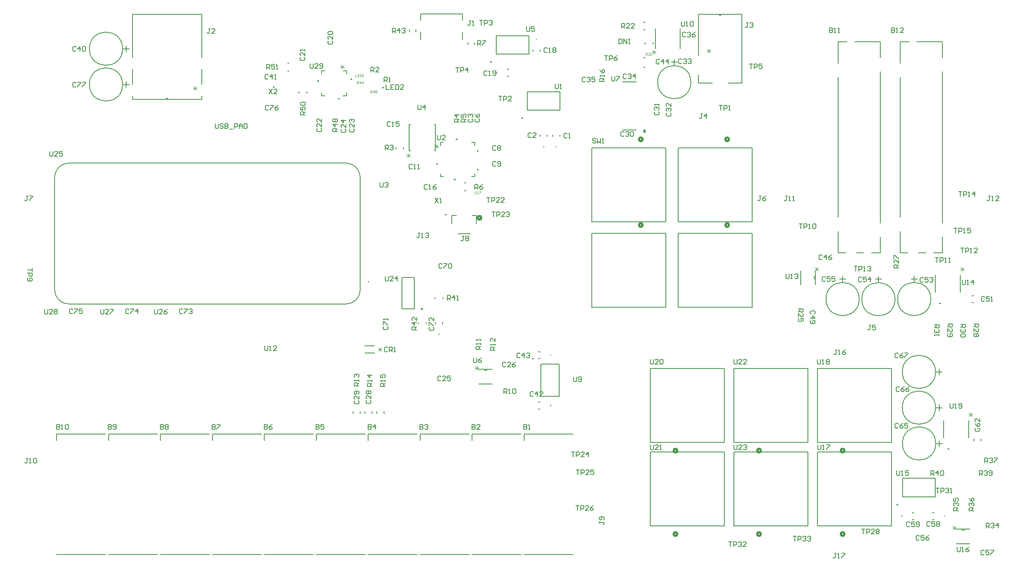
<source format=gto>
G04*
G04 #@! TF.GenerationSoftware,Altium Limited,Altium Designer,25.1.2 (22)*
G04*
G04 Layer_Color=65535*
%FSLAX25Y25*%
%MOIN*%
G70*
G04*
G04 #@! TF.SameCoordinates,DBC5BB4E-B95F-4F78-ABC1-F02F3F3965D1*
G04*
G04*
G04 #@! TF.FilePolarity,Positive*
G04*
G01*
G75*
%ADD10C,0.00600*%
%ADD11C,0.02000*%
%ADD12C,0.00394*%
%ADD13C,0.00500*%
%ADD14C,0.00787*%
%ADD15C,0.00984*%
%ADD16C,0.01000*%
%ADD17C,0.00800*%
%ADD18C,0.00300*%
%ADD19C,0.00400*%
G36*
X273350Y437219D02*
Y438719D01*
X272350D01*
Y437219D01*
X273350D01*
D02*
G37*
G36*
X290687Y423350D02*
Y422350D01*
X289187D01*
Y423350D01*
X290687D01*
D02*
G37*
G36*
X373100Y368913D02*
X372100D01*
Y367413D01*
X373100D01*
Y368913D01*
D02*
G37*
G36*
X387888Y355700D02*
X386388D01*
Y354700D01*
X387888D01*
Y355700D01*
D02*
G37*
G36*
X405900Y364189D02*
X406900D01*
Y362689D01*
X405900D01*
Y364189D01*
D02*
G37*
G36*
Y379937D02*
X406900D01*
Y378437D01*
X405900D01*
Y379937D01*
D02*
G37*
G36*
X389463Y388500D02*
X387963D01*
Y389500D01*
X389463D01*
Y388500D01*
D02*
G37*
G36*
X801352Y129800D02*
Y128800D01*
X799852D01*
Y129800D01*
X801352D01*
D02*
G37*
G36*
X794352Y251800D02*
Y250800D01*
X792852D01*
Y251800D01*
X794352D01*
D02*
G37*
D10*
X558000Y453500D02*
G03*
X558000Y453500I-300J0D01*
G01*
X758350Y82650D02*
G03*
X758350Y82650I-500J0D01*
G01*
X327593Y432404D02*
G03*
X327593Y432404I-500J0D01*
G01*
X374300Y225550D02*
G03*
X374300Y225550I-300J0D01*
G01*
X811800Y62200D02*
G03*
X814200Y62200I1200J0D01*
G01*
X108979Y435000D02*
G03*
X108979Y435000I-13900J0D01*
G01*
X236261Y432835D02*
G03*
X236261Y432835I-500J0D01*
G01*
X472500Y382750D02*
G03*
X472500Y382750I-300J0D01*
G01*
X462000D02*
G03*
X462000Y382750I-300J0D01*
G01*
X455900Y472850D02*
G03*
X455900Y472850I-300J0D01*
G01*
X422550Y444900D02*
G03*
X422550Y444900I-300J0D01*
G01*
X584900Y436921D02*
G03*
X584900Y436921I-13900J0D01*
G01*
X444050Y406850D02*
G03*
X444050Y406850I-500J0D01*
G01*
X417950Y453850D02*
G03*
X417950Y453850I-500J0D01*
G01*
X411800Y196200D02*
G03*
X414200Y196200I1200J0D01*
G01*
X380169Y325889D02*
G03*
X380169Y325889I-500J0D01*
G01*
X108979Y465000D02*
G03*
X108979Y465000I-13900J0D01*
G01*
X467750Y165926D02*
G03*
X467750Y165926I-300J0D01*
G01*
X467750Y208000D02*
G03*
X467750Y208000I-300J0D01*
G01*
X453150Y205150D02*
G03*
X453150Y205150I-500J0D01*
G01*
X830750Y255000D02*
G03*
X830750Y255000I-300J0D01*
G01*
X785900Y255079D02*
G03*
X785900Y255079I-13900J0D01*
G01*
X755900Y254921D02*
G03*
X755900Y254921I-13900J0D01*
G01*
X725900Y255079D02*
G03*
X725900Y255079I-13900J0D01*
G01*
X797750Y73000D02*
G03*
X797750Y73000I-300J0D01*
G01*
X761850D02*
G03*
X761850Y73000I-300J0D01*
G01*
X825300Y146450D02*
G03*
X825300Y146450I-300J0D01*
G01*
X789979Y134000D02*
G03*
X789979Y134000I-13900J0D01*
G01*
X789821Y164000D02*
G03*
X789821Y164000I-13900J0D01*
G01*
Y194000D02*
G03*
X789821Y194000I-13900J0D01*
G01*
X689200Y274200D02*
G03*
X689200Y271800I0J-1200D01*
G01*
X300882Y439298D02*
G03*
X300882Y439298I-500J0D01*
G01*
X545305Y457550D02*
X546695D01*
X545305Y449450D02*
X546695D01*
X683000Y65000D02*
Y127000D01*
X621000D02*
X683000D01*
X621000Y65000D02*
Y127000D01*
Y65000D02*
X683000D01*
X762350Y89250D02*
X789650D01*
Y104750D01*
X762350D02*
X789650D01*
X762350Y89250D02*
Y104750D01*
X349000Y401600D02*
X350140D01*
X371000Y379600D02*
Y401600D01*
X369860D02*
X371000D01*
X349000Y379600D02*
Y401600D01*
Y379600D02*
X350140D01*
X369860D02*
X371000D01*
X555150Y465150D02*
Y481850D01*
X575850Y465150D02*
Y481850D01*
X247192Y452820D02*
X248397D01*
X247192Y446320D02*
X248397D01*
X375200Y386400D02*
X377604D01*
X375200Y357800D02*
X377604D01*
X403800D02*
Y360204D01*
X401396Y386400D02*
X403800D01*
X375200Y383996D02*
Y386400D01*
Y357800D02*
Y360204D01*
X401396Y357800D02*
X403800D01*
Y383996D02*
Y386400D01*
X293716Y425450D02*
X296550D01*
X275450D02*
Y428285D01*
Y446550D02*
X278285D01*
X293716D02*
X296550D01*
Y425450D02*
Y428285D01*
X275450Y425450D02*
X278285D01*
X275450Y443715D02*
Y446550D01*
X296550Y443715D02*
Y446550D01*
X796450Y138758D02*
Y153242D01*
X817550Y138758D02*
Y153242D01*
X591350Y436231D02*
X602861D01*
X627750D02*
Y493930D01*
X591350D02*
X627750D01*
X591350Y459504D02*
Y493930D01*
X609050Y492931D02*
X610050D01*
Y493930D01*
X609050D02*
X610050D01*
X609050Y492931D02*
Y493930D01*
X616239Y436231D02*
X627750D01*
X591350D02*
Y443105D01*
X502000Y320000D02*
Y382000D01*
Y320000D02*
X564000D01*
Y382000D01*
X502000D02*
X564000D01*
X502000Y248100D02*
Y310100D01*
Y248100D02*
X564000D01*
Y310100D01*
X502000D02*
X564000D01*
X574300Y248100D02*
Y310100D01*
Y248100D02*
X636300D01*
Y310100D01*
X574300D02*
X636300D01*
X574300Y320000D02*
Y382000D01*
Y320000D02*
X636300D01*
Y382000D01*
X574300D02*
X636300D01*
X376950Y234297D02*
Y235703D01*
X371050Y234297D02*
Y235703D01*
X807300Y49800D02*
X818700D01*
X807300Y62200D02*
X818700D01*
X311950Y209700D02*
X320050D01*
X311950Y216000D02*
X320050D01*
X384650Y325200D02*
X388453D01*
X389805Y310000D02*
X400195D01*
X405350Y318343D02*
Y325200D01*
X401547D02*
X405350D01*
X384650Y318343D02*
Y325200D01*
X146688Y422643D02*
Y423643D01*
X145688Y422643D02*
X146688D01*
X145688D02*
Y423643D01*
X146688D01*
X175238Y422643D02*
Y425389D01*
X117138Y422643D02*
X175238D01*
X117138Y457590D02*
Y493743D01*
X175238D01*
X117138Y422643D02*
Y425389D01*
X175238Y435228D02*
Y447751D01*
X117138Y435228D02*
Y447751D01*
X175238Y457590D02*
Y493743D01*
X109479Y435000D02*
X114479D01*
X111979Y432500D02*
Y437500D01*
X307961Y159279D02*
Y160721D01*
X302039Y159279D02*
Y160721D01*
X475150Y391497D02*
Y392903D01*
X469250Y391497D02*
Y392903D01*
X458750Y391497D02*
Y392903D01*
X464650Y391497D02*
Y392903D01*
X458550Y462697D02*
Y464103D01*
X452650Y462697D02*
Y464103D01*
X430997Y441950D02*
X432403D01*
X430997Y447850D02*
X432403D01*
X327961Y159279D02*
Y160721D01*
X322039Y159279D02*
Y160721D01*
X312039Y159279D02*
Y160721D01*
X317961Y159279D02*
Y160721D01*
X568500Y453821D02*
X573500D01*
X571000Y451321D02*
Y456321D01*
X344429Y380870D02*
Y382075D01*
X337929Y380870D02*
Y382075D01*
X395397Y345850D02*
X396603D01*
X395397Y352350D02*
X396603D01*
X448050Y413450D02*
X475350D01*
Y428950D01*
X448050D02*
X475350D01*
X448050Y413450D02*
Y428950D01*
X421950Y460450D02*
Y475950D01*
X449250D01*
Y460450D02*
Y475950D01*
X421950Y460450D02*
X449250D01*
X407300Y196200D02*
X418700D01*
X407300Y183800D02*
X418700D01*
X111979Y462500D02*
Y467500D01*
X109479Y465000D02*
X114479D01*
X457297Y168876D02*
X458703D01*
X457297Y162976D02*
X458703D01*
X457297Y205050D02*
X458703D01*
X457297Y210950D02*
X458703D01*
X546750Y468897D02*
Y470103D01*
X553250Y468897D02*
Y470103D01*
X545397Y487250D02*
X546603D01*
X545397Y480750D02*
X546603D01*
X459250Y173350D02*
Y200650D01*
Y173350D02*
X474750D01*
Y200650D01*
X459250D02*
X474750D01*
X820297Y252050D02*
X821703D01*
X820297Y257950D02*
X821703D01*
X772000Y269479D02*
Y274479D01*
X769500Y271979D02*
X774500D01*
X739500Y271821D02*
X744500D01*
X742000Y269321D02*
Y274321D01*
X709500Y271979D02*
X714500D01*
X712000Y269479D02*
Y274479D01*
X787297Y70050D02*
X788703D01*
X787297Y75950D02*
X788703D01*
X770297Y70050D02*
X771703D01*
X770297Y75950D02*
X771703D01*
X827950Y136297D02*
Y137703D01*
X822050Y136297D02*
Y137703D01*
X792979Y131500D02*
Y136500D01*
X790479Y134000D02*
X795479D01*
X792821Y161500D02*
Y166500D01*
X790321Y164000D02*
X795321D01*
X790321Y194000D02*
X795321D01*
X792821Y191500D02*
Y196500D01*
X676800Y267300D02*
Y278700D01*
X689200Y267300D02*
Y278700D01*
X789450Y260758D02*
Y275242D01*
X810550Y260758D02*
Y275242D01*
X753000Y65000D02*
Y127000D01*
X691000D02*
X753000D01*
X691000Y65000D02*
Y127000D01*
Y65000D02*
X753000D01*
Y135000D02*
Y197000D01*
X691000D02*
X753000D01*
X691000Y135000D02*
Y197000D01*
Y135000D02*
X753000D01*
X613000D02*
Y197000D01*
X551000D02*
X613000D01*
X551000Y135000D02*
Y197000D01*
Y135000D02*
X613000D01*
X551000Y65000D02*
X613000D01*
X551000D02*
Y127000D01*
X613000D01*
Y65000D02*
Y127000D01*
X683000Y135000D02*
Y197000D01*
X621000D02*
X683000D01*
X621000Y135000D02*
Y197000D01*
Y135000D02*
X683000D01*
X377250Y255397D02*
Y256603D01*
X370750Y255397D02*
Y256603D01*
X356750Y234397D02*
Y235603D01*
X363250Y234397D02*
Y235603D01*
X263184Y427902D02*
Y429107D01*
X256684Y427902D02*
Y429107D01*
D11*
X643500Y58000D02*
G03*
X643500Y58000I-1500J0D01*
G01*
X544500Y389000D02*
G03*
X544500Y389000I-1500J0D01*
G01*
Y317100D02*
G03*
X544500Y317100I-1500J0D01*
G01*
X616800D02*
G03*
X616800Y317100I-1500J0D01*
G01*
Y389000D02*
G03*
X616800Y389000I-1500J0D01*
G01*
X409350Y323224D02*
G03*
X409350Y323224I-1500J0D01*
G01*
X713500Y58000D02*
G03*
X713500Y58000I-1500J0D01*
G01*
Y128000D02*
G03*
X713500Y128000I-1500J0D01*
G01*
X573500D02*
G03*
X573500Y128000I-1500J0D01*
G01*
Y58000D02*
G03*
X573500Y58000I-1500J0D01*
G01*
X643500Y128000D02*
G03*
X643500Y128000I-1500J0D01*
G01*
D12*
X771014Y290444D02*
G03*
X771014Y290838I0J197D01*
G01*
D02*
G03*
X771014Y290444I0J-197D01*
G01*
X719014Y290838D02*
G03*
X719014Y290444I0J-197D01*
G01*
D02*
G03*
X719014Y290838I0J197D01*
G01*
D13*
X296142Y250945D02*
G03*
X307953Y262756I0J11811D01*
G01*
X52047D02*
G03*
X63858Y250945I11811J0D01*
G01*
Y369055D02*
G03*
X52047Y357244I0J-11811D01*
G01*
X307953D02*
G03*
X296142Y369055I-11811J0D01*
G01*
X80197Y369055D02*
X113071D01*
X129803D02*
X162677D01*
X307953Y262756D02*
Y357244D01*
X63858Y250945D02*
X296142D01*
X52047Y262756D02*
Y357244D01*
X63858Y369055D02*
X296142D01*
X358524Y494224D02*
X393721D01*
Y488791D02*
Y494224D01*
Y472925D02*
Y479185D01*
X358524Y488791D02*
Y494224D01*
Y472925D02*
Y479185D01*
D14*
X315394Y269724D02*
G03*
X315394Y269724I-394J0D01*
G01*
X527587Y396866D02*
X539398D01*
X527492Y437075D02*
X539303D01*
X760188Y293791D02*
Y311901D01*
Y293791D02*
X766487D01*
X775542D02*
X781448D01*
X788140D02*
X795621D01*
Y307176D01*
Y318987D02*
Y445759D01*
Y457570D02*
Y470956D01*
X774361D02*
X795621D01*
X760188D02*
X767668D01*
X760188Y452846D02*
Y470956D01*
Y323712D02*
Y441035D01*
X349242Y479314D02*
Y481086D01*
X354557Y479314D02*
Y481086D01*
X53744Y41008D02*
X94728D01*
X53744Y141992D02*
X94728D01*
X53744Y136500D02*
Y141992D01*
X353118Y246811D02*
Y273189D01*
X342882Y246811D02*
Y273189D01*
Y246811D02*
X353118D01*
X342882Y273189D02*
X353118D01*
X445272Y136500D02*
Y141992D01*
X486256D01*
X445272Y41008D02*
X486256D01*
X401772D02*
X442756D01*
X401772Y141992D02*
X442756D01*
X401772Y136500D02*
Y141992D01*
X358272Y136500D02*
Y141992D01*
X399256D01*
X358272Y41008D02*
X399256D01*
X314744Y136500D02*
Y141992D01*
X355728D01*
X314744Y41008D02*
X355728D01*
X271244Y136500D02*
Y141992D01*
X312228D01*
X271244Y41008D02*
X312228D01*
X227744Y136500D02*
Y141992D01*
X268728D01*
X227744Y41008D02*
X268728D01*
X184272D02*
X225256D01*
X184272Y141992D02*
X225256D01*
X184272Y136500D02*
Y141992D01*
X140772Y41008D02*
X181756D01*
X140772Y141992D02*
X181756D01*
X140772Y136500D02*
Y141992D01*
X97272Y41008D02*
X138256D01*
X97272Y141992D02*
X138256D01*
X97272Y136500D02*
Y141992D01*
X708188Y323712D02*
Y441035D01*
Y452846D02*
Y470956D01*
X715668D01*
X722361D02*
X743621D01*
Y457570D02*
Y470956D01*
Y318987D02*
Y445759D01*
Y293791D02*
Y307176D01*
X736140Y293791D02*
X743621D01*
X723542D02*
X729448D01*
X708188D02*
X714487D01*
X708188D02*
Y311901D01*
X398342Y468514D02*
Y470286D01*
X403657Y468514D02*
Y470286D01*
D15*
X360106Y246811D02*
G03*
X360106Y246811I-492J0D01*
G01*
D16*
X545242Y396825D02*
X546742Y395325D01*
X545242D02*
X546742Y396825D01*
D17*
X186671Y402333D02*
Y399000D01*
X187337Y398334D01*
X188670D01*
X189337Y399000D01*
Y402333D01*
X193335Y401666D02*
X192669Y402333D01*
X191336D01*
X190670Y401666D01*
Y401000D01*
X191336Y400333D01*
X192669D01*
X193335Y399667D01*
Y399000D01*
X192669Y398334D01*
X191336D01*
X190670Y399000D01*
X194668Y402333D02*
Y398334D01*
X196668D01*
X197334Y399000D01*
Y399667D01*
X196668Y400333D01*
X194668D01*
X196668D01*
X197334Y401000D01*
Y401666D01*
X196668Y402333D01*
X194668D01*
X198667Y397667D02*
X201333D01*
X202666Y398334D02*
Y402333D01*
X204665D01*
X205332Y401666D01*
Y400333D01*
X204665Y399667D01*
X202666D01*
X206664Y398334D02*
Y401000D01*
X207997Y402333D01*
X209330Y401000D01*
Y398334D01*
Y400333D01*
X206664D01*
X210663Y402333D02*
Y398334D01*
X212663D01*
X213329Y399000D01*
Y401666D01*
X212663Y402333D01*
X210663D01*
X670569Y56299D02*
X673235D01*
X671902D01*
Y52301D01*
X674568D02*
Y56299D01*
X676567D01*
X677234Y55633D01*
Y54300D01*
X676567Y53634D01*
X674568D01*
X678567Y55633D02*
X679233Y56299D01*
X680566D01*
X681232Y55633D01*
Y54966D01*
X680566Y54300D01*
X679899D01*
X680566D01*
X681232Y53634D01*
Y52967D01*
X680566Y52301D01*
X679233D01*
X678567Y52967D01*
X682565Y55633D02*
X683232Y56299D01*
X684564D01*
X685231Y55633D01*
Y54966D01*
X684564Y54300D01*
X683898D01*
X684564D01*
X685231Y53634D01*
Y52967D01*
X684564Y52301D01*
X683232D01*
X682565Y52967D01*
X558734Y455433D02*
X558068Y456099D01*
X556735D01*
X556068Y455433D01*
Y452767D01*
X556735Y452101D01*
X558068D01*
X558734Y452767D01*
X562066Y452101D02*
Y456099D01*
X560067Y454100D01*
X562733D01*
X566065Y452101D02*
Y456099D01*
X564066Y454100D01*
X566732D01*
X621068Y132899D02*
Y129567D01*
X621735Y128901D01*
X623068D01*
X623734Y129567D01*
Y132899D01*
X627733Y128901D02*
X625067D01*
X627733Y131567D01*
Y132233D01*
X627066Y132899D01*
X625734D01*
X625067Y132233D01*
X629066D02*
X629732Y132899D01*
X631065D01*
X631732Y132233D01*
Y131567D01*
X631065Y130900D01*
X630399D01*
X631065D01*
X631732Y130234D01*
Y129567D01*
X631065Y128901D01*
X629732D01*
X629066Y129567D01*
X328899Y181902D02*
X324901D01*
Y183901D01*
X325567Y184567D01*
X326900D01*
X327566Y183901D01*
Y181902D01*
Y183235D02*
X328899Y184567D01*
Y185900D02*
Y187233D01*
Y186567D01*
X324901D01*
X325567Y185900D01*
X324901Y191898D02*
Y189233D01*
X326900D01*
X326234Y190566D01*
Y191232D01*
X326900Y191898D01*
X328233D01*
X328899Y191232D01*
Y189899D01*
X328233Y189233D01*
X757402Y111199D02*
Y107867D01*
X758068Y107201D01*
X759401D01*
X760067Y107867D01*
Y111199D01*
X761400Y107201D02*
X762733D01*
X762067D01*
Y111199D01*
X761400Y110533D01*
X767398Y111199D02*
X764733D01*
Y109200D01*
X766066Y109866D01*
X766732D01*
X767398Y109200D01*
Y107867D01*
X766732Y107201D01*
X765399D01*
X764733Y107867D01*
X228000Y215699D02*
Y212366D01*
X228666Y211700D01*
X229999D01*
X230666Y212366D01*
Y215699D01*
X231999Y211700D02*
X233332D01*
X232665D01*
Y215699D01*
X231999Y215032D01*
X237997Y211700D02*
X235331D01*
X237997Y214366D01*
Y215032D01*
X237330Y215699D01*
X235997D01*
X235331Y215032D01*
X356300Y417799D02*
Y414466D01*
X356966Y413800D01*
X358299D01*
X358966Y414466D01*
Y417799D01*
X362298Y413800D02*
Y417799D01*
X360299Y415799D01*
X362965D01*
X576802Y487699D02*
Y484367D01*
X577468Y483701D01*
X578801D01*
X579467Y484367D01*
Y487699D01*
X580800Y483701D02*
X582133D01*
X581467D01*
Y487699D01*
X580800Y487033D01*
X584133D02*
X584799Y487699D01*
X586132D01*
X586798Y487033D01*
Y484367D01*
X586132Y483701D01*
X584799D01*
X584133Y484367D01*
Y487033D01*
X396499Y403368D02*
X392501D01*
Y405367D01*
X393167Y406034D01*
X394500D01*
X395166Y405367D01*
Y403368D01*
Y404701D02*
X396499Y406034D01*
X392501Y410032D02*
Y407367D01*
X394500D01*
X393834Y408699D01*
Y409366D01*
X394500Y410032D01*
X395833D01*
X396499Y409366D01*
Y408033D01*
X395833Y407367D01*
X229635Y447801D02*
Y451799D01*
X231634D01*
X232301Y451133D01*
Y449800D01*
X231634Y449134D01*
X229635D01*
X230968D02*
X232301Y447801D01*
X236299Y451799D02*
X233634D01*
Y449800D01*
X234966Y450466D01*
X235633D01*
X236299Y449800D01*
Y448467D01*
X235633Y447801D01*
X234300D01*
X233634Y448467D01*
X237632Y447801D02*
X238965D01*
X238299D01*
Y451799D01*
X237632Y451133D01*
X372768Y392399D02*
Y389067D01*
X373434Y388401D01*
X374767D01*
X375434Y389067D01*
Y392399D01*
X379432Y388401D02*
X376766D01*
X379432Y391066D01*
Y391733D01*
X378766Y392399D01*
X377433D01*
X376766Y391733D01*
X266068Y452399D02*
Y449067D01*
X266735Y448401D01*
X268068D01*
X268734Y449067D01*
Y452399D01*
X272733Y448401D02*
X270067D01*
X272733Y451066D01*
Y451733D01*
X272066Y452399D01*
X270734D01*
X270067Y451733D01*
X274066Y449067D02*
X274732Y448401D01*
X276065D01*
X276732Y449067D01*
Y451733D01*
X276065Y452399D01*
X274732D01*
X274066Y451733D01*
Y451066D01*
X274732Y450400D01*
X276732D01*
X518768Y441899D02*
Y438567D01*
X519434Y437901D01*
X520767D01*
X521434Y438567D01*
Y441899D01*
X522766D02*
X525432D01*
Y441233D01*
X522766Y438567D01*
Y437901D01*
X801802Y167599D02*
Y164267D01*
X802468Y163601D01*
X803801D01*
X804467Y164267D01*
Y167599D01*
X805800Y163601D02*
X807133D01*
X806467D01*
Y167599D01*
X805800Y166933D01*
X809133Y164267D02*
X809799Y163601D01*
X811132D01*
X811798Y164267D01*
Y166933D01*
X811132Y167599D01*
X809799D01*
X809133Y166933D01*
Y166267D01*
X809799Y165600D01*
X811798D01*
X324600Y352699D02*
Y349366D01*
X325266Y348700D01*
X326599D01*
X327266Y349366D01*
Y352699D01*
X328599Y352032D02*
X329265Y352699D01*
X330598D01*
X331264Y352032D01*
Y351366D01*
X330598Y350699D01*
X329932D01*
X330598D01*
X331264Y350033D01*
Y349366D01*
X330598Y348700D01*
X329265D01*
X328599Y349366D01*
X752800Y482499D02*
Y478500D01*
X754799D01*
X755466Y479166D01*
Y479833D01*
X754799Y480499D01*
X752800D01*
X754799D01*
X755466Y481166D01*
Y481832D01*
X754799Y482499D01*
X752800D01*
X756799Y478500D02*
X758132D01*
X757465D01*
Y482499D01*
X756799Y481832D01*
X762797Y478500D02*
X760131D01*
X762797Y481166D01*
Y481832D01*
X762130Y482499D01*
X760797D01*
X760131Y481832D01*
X632834Y486899D02*
X631501D01*
X632167D01*
Y483567D01*
X631501Y482901D01*
X630834D01*
X630168Y483567D01*
X634166Y486233D02*
X634833Y486899D01*
X636166D01*
X636832Y486233D01*
Y485566D01*
X636166Y484900D01*
X635499D01*
X636166D01*
X636832Y484234D01*
Y483567D01*
X636166Y482901D01*
X634833D01*
X634166Y483567D01*
X47800Y378899D02*
Y375566D01*
X48466Y374900D01*
X49799D01*
X50466Y375566D01*
Y378899D01*
X54465Y374900D02*
X51799D01*
X54465Y377566D01*
Y378232D01*
X53798Y378899D01*
X52465D01*
X51799Y378232D01*
X58463Y378899D02*
X55797D01*
Y376899D01*
X57130Y377566D01*
X57797D01*
X58463Y376899D01*
Y375566D01*
X57797Y374900D01*
X56464D01*
X55797Y375566D01*
X329469Y434699D02*
Y430701D01*
X332135D01*
X336134Y434699D02*
X333468D01*
Y430701D01*
X336134D01*
X333468Y432700D02*
X334801D01*
X337467Y434699D02*
Y430701D01*
X339466D01*
X340132Y431367D01*
Y434033D01*
X339466Y434699D01*
X337467D01*
X344131Y430701D02*
X341465D01*
X344131Y433366D01*
Y434033D01*
X343464Y434699D01*
X342132D01*
X341465Y434033D01*
X505201Y389033D02*
X504534Y389699D01*
X503201D01*
X502535Y389033D01*
Y388366D01*
X503201Y387700D01*
X504534D01*
X505201Y387034D01*
Y386367D01*
X504534Y385701D01*
X503201D01*
X502535Y386367D01*
X506534Y389699D02*
Y385701D01*
X507866Y387034D01*
X509199Y385701D01*
Y389699D01*
X510532Y385701D02*
X511865D01*
X511199D01*
Y389699D01*
X510532Y389033D01*
X366367Y231534D02*
X365701Y230868D01*
Y229535D01*
X366367Y228868D01*
X369033D01*
X369699Y229535D01*
Y230868D01*
X369033Y231534D01*
X365701Y232867D02*
Y235533D01*
X366367D01*
X369033Y232867D01*
X369699D01*
Y239532D02*
Y236866D01*
X367034Y239532D01*
X366367D01*
X365701Y238865D01*
Y237532D01*
X366367Y236866D01*
X335000Y478200D02*
Y482199D01*
X336999D01*
X337666Y481532D01*
Y480199D01*
X336999Y479533D01*
X335000D01*
X336333D02*
X337666Y478200D01*
X340998D02*
Y482199D01*
X338999Y480199D01*
X341665D01*
X342997Y481532D02*
X343664Y482199D01*
X344997D01*
X345663Y481532D01*
Y480866D01*
X344997Y480199D01*
X344330D01*
X344997D01*
X345663Y479533D01*
Y478866D01*
X344997Y478200D01*
X343664D01*
X342997Y478866D01*
X53500Y149899D02*
Y145900D01*
X55499D01*
X56166Y146566D01*
Y147233D01*
X55499Y147899D01*
X53500D01*
X55499D01*
X56166Y148566D01*
Y149232D01*
X55499Y149899D01*
X53500D01*
X57499Y145900D02*
X58832D01*
X58165D01*
Y149899D01*
X57499Y149232D01*
X60831D02*
X61497Y149899D01*
X62830D01*
X63497Y149232D01*
Y146566D01*
X62830Y145900D01*
X61497D01*
X60831Y146566D01*
Y149232D01*
X328968Y274099D02*
Y270767D01*
X329635Y270101D01*
X330968D01*
X331634Y270767D01*
Y274099D01*
X335633Y270101D02*
X332967D01*
X335633Y272766D01*
Y273433D01*
X334966Y274099D01*
X333634D01*
X332967Y273433D01*
X338965Y270101D02*
Y274099D01*
X336966Y272100D01*
X339632D01*
X807902Y47299D02*
Y43967D01*
X808568Y43301D01*
X809901D01*
X810567Y43967D01*
Y47299D01*
X811900Y43301D02*
X813233D01*
X812567D01*
Y47299D01*
X811900Y46633D01*
X817898Y47299D02*
X816566Y46633D01*
X815233Y45300D01*
Y43967D01*
X815899Y43301D01*
X817232D01*
X817898Y43967D01*
Y44634D01*
X817232Y45300D01*
X815233D01*
X331101Y214133D02*
X330434Y214799D01*
X329101D01*
X328435Y214133D01*
Y211467D01*
X329101Y210801D01*
X330434D01*
X331101Y211467D01*
X332434Y210801D02*
Y214799D01*
X334433D01*
X335099Y214133D01*
Y212800D01*
X334433Y212134D01*
X332434D01*
X333766D02*
X335099Y210801D01*
X336432D02*
X337765D01*
X337099D01*
Y214799D01*
X336432Y214133D01*
X394934Y307899D02*
X393601D01*
X394267D01*
Y304567D01*
X393601Y303901D01*
X392934D01*
X392268Y304567D01*
X396267Y307233D02*
X396933Y307899D01*
X398266D01*
X398932Y307233D01*
Y306566D01*
X398266Y305900D01*
X398932Y305234D01*
Y304567D01*
X398266Y303901D01*
X396933D01*
X396267Y304567D01*
Y305234D01*
X396933Y305900D01*
X396267Y306566D01*
Y307233D01*
X396933Y305900D02*
X398266D01*
X182433Y481699D02*
X181101D01*
X181767D01*
Y478367D01*
X181101Y477701D01*
X180434D01*
X179768Y478367D01*
X186432Y477701D02*
X183766D01*
X186432Y480366D01*
Y481033D01*
X185766Y481699D01*
X184433D01*
X183766Y481033D01*
X333367Y403233D02*
X332701Y403899D01*
X331368D01*
X330702Y403233D01*
Y400567D01*
X331368Y399901D01*
X332701D01*
X333367Y400567D01*
X334700Y399901D02*
X336033D01*
X335367D01*
Y403899D01*
X334700Y403233D01*
X340698Y403899D02*
X338033D01*
Y401900D01*
X339366Y402566D01*
X340032D01*
X340698Y401900D01*
Y400567D01*
X340032Y399901D01*
X338699D01*
X338033Y400567D01*
X404767Y406134D02*
X404101Y405467D01*
Y404134D01*
X404767Y403468D01*
X407433D01*
X408099Y404134D01*
Y405467D01*
X407433Y406134D01*
X404101Y410132D02*
X404767Y408799D01*
X406100Y407467D01*
X407433D01*
X408099Y408133D01*
Y409466D01*
X407433Y410132D01*
X406766D01*
X406100Y409466D01*
Y407467D01*
X69866Y436332D02*
X69199Y436999D01*
X67866D01*
X67200Y436332D01*
Y433666D01*
X67866Y433000D01*
X69199D01*
X69866Y433666D01*
X71199Y436999D02*
X73865D01*
Y436332D01*
X71199Y433666D01*
Y433000D01*
X75197Y436999D02*
X77863D01*
Y436332D01*
X75197Y433666D01*
Y433000D01*
X67366Y246132D02*
X66699Y246799D01*
X65366D01*
X64700Y246132D01*
Y243466D01*
X65366Y242800D01*
X66699D01*
X67366Y243466D01*
X68699Y246799D02*
X71364D01*
Y246132D01*
X68699Y243466D01*
Y242800D01*
X75363Y246799D02*
X72697D01*
Y244799D01*
X74030Y245466D01*
X74697D01*
X75363Y244799D01*
Y243466D01*
X74697Y242800D01*
X73364D01*
X72697Y243466D01*
X303667Y169934D02*
X303001Y169268D01*
Y167935D01*
X303667Y167268D01*
X306333D01*
X306999Y167935D01*
Y169268D01*
X306333Y169934D01*
X306999Y173933D02*
Y171267D01*
X304334Y173933D01*
X303667D01*
X303001Y173266D01*
Y171933D01*
X303667Y171267D01*
X306333Y175266D02*
X306999Y175932D01*
Y177265D01*
X306333Y177932D01*
X303667D01*
X303001Y177265D01*
Y175932D01*
X303667Y175266D01*
X304334D01*
X305000Y175932D01*
Y177932D01*
X231434Y416733D02*
X230768Y417399D01*
X229435D01*
X228768Y416733D01*
Y414067D01*
X229435Y413401D01*
X230768D01*
X231434Y414067D01*
X232767Y417399D02*
X235433D01*
Y416733D01*
X232767Y414067D01*
Y413401D01*
X239432Y417399D02*
X238099Y416733D01*
X236766Y415400D01*
Y414067D01*
X237432Y413401D01*
X238765D01*
X239432Y414067D01*
Y414734D01*
X238765Y415400D01*
X236766D01*
X400700Y488499D02*
X399367D01*
X400034D01*
Y485167D01*
X399367Y484501D01*
X398701D01*
X398034Y485167D01*
X402033Y484501D02*
X403366D01*
X402699D01*
Y488499D01*
X402033Y487833D01*
X231468Y431099D02*
X234134Y427101D01*
Y431099D02*
X231468Y427101D01*
X238132D02*
X235467D01*
X238132Y429766D01*
Y430433D01*
X237466Y431099D01*
X236133D01*
X235467Y430433D01*
X357867Y310499D02*
X356535D01*
X357201D01*
Y307167D01*
X356535Y306501D01*
X355868D01*
X355202Y307167D01*
X359200Y306501D02*
X360533D01*
X359867D01*
Y310499D01*
X359200Y309833D01*
X362533D02*
X363199Y310499D01*
X364532D01*
X365198Y309833D01*
Y309166D01*
X364532Y308500D01*
X363865D01*
X364532D01*
X365198Y307834D01*
Y307167D01*
X364532Y306501D01*
X363199D01*
X362533Y307167D01*
X643766Y341499D02*
X642433D01*
X643099D01*
Y338166D01*
X642433Y337500D01*
X641766D01*
X641100Y338166D01*
X647764Y341499D02*
X646432Y340832D01*
X645099Y339499D01*
Y338166D01*
X645765Y337500D01*
X647098D01*
X647764Y338166D01*
Y338833D01*
X647098Y339499D01*
X645099D01*
X594634Y410399D02*
X593301D01*
X593967D01*
Y407067D01*
X593301Y406401D01*
X592634D01*
X591968Y407067D01*
X597966Y406401D02*
Y410399D01*
X595966Y408400D01*
X598632D01*
X43700Y246499D02*
Y243166D01*
X44366Y242500D01*
X45699D01*
X46366Y243166D01*
Y246499D01*
X50365Y242500D02*
X47699D01*
X50365Y245166D01*
Y245832D01*
X49698Y246499D01*
X48365D01*
X47699Y245832D01*
X51697D02*
X52364Y246499D01*
X53697D01*
X54363Y245832D01*
Y245166D01*
X53697Y244499D01*
X54363Y243833D01*
Y243166D01*
X53697Y242500D01*
X52364D01*
X51697Y243166D01*
Y243833D01*
X52364Y244499D01*
X51697Y245166D01*
Y245832D01*
X52364Y244499D02*
X53697D01*
X445000Y149899D02*
Y145900D01*
X446999D01*
X447666Y146566D01*
Y147233D01*
X446999Y147899D01*
X445000D01*
X446999D01*
X447666Y148566D01*
Y149232D01*
X446999Y149899D01*
X445000D01*
X448999Y145900D02*
X450332D01*
X449665D01*
Y149899D01*
X448999Y149232D01*
X401500Y149899D02*
Y145900D01*
X403499D01*
X404166Y146566D01*
Y147233D01*
X403499Y147899D01*
X401500D01*
X403499D01*
X404166Y148566D01*
Y149232D01*
X403499Y149899D01*
X401500D01*
X408165Y145900D02*
X405499D01*
X408165Y148566D01*
Y149232D01*
X407498Y149899D01*
X406165D01*
X405499Y149232D01*
X358000Y149899D02*
Y145900D01*
X359999D01*
X360666Y146566D01*
Y147233D01*
X359999Y147899D01*
X358000D01*
X359999D01*
X360666Y148566D01*
Y149232D01*
X359999Y149899D01*
X358000D01*
X361999Y149232D02*
X362665Y149899D01*
X363998D01*
X364665Y149232D01*
Y148566D01*
X363998Y147899D01*
X363332D01*
X363998D01*
X364665Y147233D01*
Y146566D01*
X363998Y145900D01*
X362665D01*
X361999Y146566D01*
X314500Y149899D02*
Y145900D01*
X316499D01*
X317166Y146566D01*
Y147233D01*
X316499Y147899D01*
X314500D01*
X316499D01*
X317166Y148566D01*
Y149232D01*
X316499Y149899D01*
X314500D01*
X320498Y145900D02*
Y149899D01*
X318499Y147899D01*
X321164D01*
X271000Y149899D02*
Y145900D01*
X272999D01*
X273666Y146566D01*
Y147233D01*
X272999Y147899D01*
X271000D01*
X272999D01*
X273666Y148566D01*
Y149232D01*
X272999Y149899D01*
X271000D01*
X277664D02*
X274999D01*
Y147899D01*
X276332Y148566D01*
X276998D01*
X277664Y147899D01*
Y146566D01*
X276998Y145900D01*
X275665D01*
X274999Y146566D01*
X227500Y149899D02*
Y145900D01*
X229499D01*
X230166Y146566D01*
Y147233D01*
X229499Y147899D01*
X227500D01*
X229499D01*
X230166Y148566D01*
Y149232D01*
X229499Y149899D01*
X227500D01*
X234165D02*
X232832Y149232D01*
X231499Y147899D01*
Y146566D01*
X232165Y145900D01*
X233498D01*
X234165Y146566D01*
Y147233D01*
X233498Y147899D01*
X231499D01*
X184000Y149899D02*
Y145900D01*
X185999D01*
X186666Y146566D01*
Y147233D01*
X185999Y147899D01*
X184000D01*
X185999D01*
X186666Y148566D01*
Y149232D01*
X185999Y149899D01*
X184000D01*
X187999D02*
X190665D01*
Y149232D01*
X187999Y146566D01*
Y145900D01*
X140500Y149899D02*
Y145900D01*
X142499D01*
X143166Y146566D01*
Y147233D01*
X142499Y147899D01*
X140500D01*
X142499D01*
X143166Y148566D01*
Y149232D01*
X142499Y149899D01*
X140500D01*
X144499Y149232D02*
X145165Y149899D01*
X146498D01*
X147164Y149232D01*
Y148566D01*
X146498Y147899D01*
X147164Y147233D01*
Y146566D01*
X146498Y145900D01*
X145165D01*
X144499Y146566D01*
Y147233D01*
X145165Y147899D01*
X144499Y148566D01*
Y149232D01*
X145165Y147899D02*
X146498D01*
X97000Y149899D02*
Y145900D01*
X98999D01*
X99666Y146566D01*
Y147233D01*
X98999Y147899D01*
X97000D01*
X98999D01*
X99666Y148566D01*
Y149232D01*
X98999Y149899D01*
X97000D01*
X100999Y146566D02*
X101665Y145900D01*
X102998D01*
X103665Y146566D01*
Y149232D01*
X102998Y149899D01*
X101665D01*
X100999Y149232D01*
Y148566D01*
X101665Y147899D01*
X103665D01*
X700800Y482499D02*
Y478500D01*
X702799D01*
X703466Y479166D01*
Y479833D01*
X702799Y480499D01*
X700800D01*
X702799D01*
X703466Y481166D01*
Y481832D01*
X702799Y482499D01*
X700800D01*
X704799Y478500D02*
X706132D01*
X705465D01*
Y482499D01*
X704799Y481832D01*
X708131Y478500D02*
X709464D01*
X708797D01*
Y482499D01*
X708131Y481832D01*
X481400Y393533D02*
X480734Y394199D01*
X479401D01*
X478734Y393533D01*
Y390867D01*
X479401Y390201D01*
X480734D01*
X481400Y390867D01*
X482733Y390201D02*
X484066D01*
X483399D01*
Y394199D01*
X482733Y393533D01*
X451334Y393833D02*
X450667Y394499D01*
X449334D01*
X448668Y393833D01*
Y391167D01*
X449334Y390501D01*
X450667D01*
X451334Y391167D01*
X455332Y390501D02*
X452667D01*
X455332Y393166D01*
Y393833D01*
X454666Y394499D01*
X453333D01*
X452667Y393833D01*
X398967Y406034D02*
X398301Y405367D01*
Y404034D01*
X398967Y403368D01*
X401633D01*
X402299Y404034D01*
Y405367D01*
X401633Y406034D01*
X398967Y407367D02*
X398301Y408033D01*
Y409366D01*
X398967Y410032D01*
X399634D01*
X400300Y409366D01*
Y408699D01*
Y409366D01*
X400966Y410032D01*
X401633D01*
X402299Y409366D01*
Y408033D01*
X401633Y407367D01*
X421634Y383133D02*
X420967Y383799D01*
X419634D01*
X418968Y383133D01*
Y380467D01*
X419634Y379801D01*
X420967D01*
X421634Y380467D01*
X422966Y383133D02*
X423633Y383799D01*
X424966D01*
X425632Y383133D01*
Y382466D01*
X424966Y381800D01*
X425632Y381134D01*
Y380467D01*
X424966Y379801D01*
X423633D01*
X422966Y380467D01*
Y381134D01*
X423633Y381800D01*
X422966Y382466D01*
Y383133D01*
X423633Y381800D02*
X424966D01*
X421734Y369933D02*
X421067Y370599D01*
X419734D01*
X419068Y369933D01*
Y367267D01*
X419734Y366601D01*
X421067D01*
X421734Y367267D01*
X423067D02*
X423733Y366601D01*
X425066D01*
X425732Y367267D01*
Y369933D01*
X425066Y370599D01*
X423733D01*
X423067Y369933D01*
Y369266D01*
X423733Y368600D01*
X425732D01*
X351776Y367461D02*
X351110Y368127D01*
X349777D01*
X349110Y367461D01*
Y364795D01*
X349777Y364128D01*
X351110D01*
X351776Y364795D01*
X353109Y364128D02*
X354442D01*
X353776D01*
Y368127D01*
X353109Y367461D01*
X356441Y364128D02*
X357774D01*
X357108D01*
Y368127D01*
X356441Y367461D01*
X364267Y350433D02*
X363601Y351099D01*
X362268D01*
X361602Y350433D01*
Y347767D01*
X362268Y347101D01*
X363601D01*
X364267Y347767D01*
X365600Y347101D02*
X366933D01*
X366267D01*
Y351099D01*
X365600Y350433D01*
X371598Y351099D02*
X370266Y350433D01*
X368933Y349100D01*
Y347767D01*
X369599Y347101D01*
X370932D01*
X371598Y347767D01*
Y348434D01*
X370932Y349100D01*
X368933D01*
X464567Y465133D02*
X463901Y465799D01*
X462568D01*
X461902Y465133D01*
Y462467D01*
X462568Y461801D01*
X463901D01*
X464567Y462467D01*
X465900Y461801D02*
X467233D01*
X466567D01*
Y465799D01*
X465900Y465133D01*
X469233D02*
X469899Y465799D01*
X471232D01*
X471898Y465133D01*
Y464466D01*
X471232Y463800D01*
X471898Y463134D01*
Y462467D01*
X471232Y461801D01*
X469899D01*
X469233Y462467D01*
Y463134D01*
X469899Y463800D01*
X469233Y464466D01*
Y465133D01*
X469899Y463800D02*
X471232D01*
X414267Y445933D02*
X413601Y446599D01*
X412268D01*
X411602Y445933D01*
Y443267D01*
X412268Y442601D01*
X413601D01*
X414267Y443267D01*
X415600Y442601D02*
X416933D01*
X416267D01*
Y446599D01*
X415600Y445933D01*
X418933Y443267D02*
X419599Y442601D01*
X420932D01*
X421598Y443267D01*
Y445933D01*
X420932Y446599D01*
X419599D01*
X418933Y445933D01*
Y445266D01*
X419599Y444600D01*
X421598D01*
X281568Y471466D02*
X280901Y470799D01*
Y469466D01*
X281568Y468800D01*
X284234D01*
X284900Y469466D01*
Y470799D01*
X284234Y471466D01*
X284900Y475464D02*
Y472799D01*
X282234Y475464D01*
X281568D01*
X280901Y474798D01*
Y473465D01*
X281568Y472799D01*
Y476797D02*
X280901Y477464D01*
Y478797D01*
X281568Y479463D01*
X284234D01*
X284900Y478797D01*
Y477464D01*
X284234Y476797D01*
X281568D01*
X258367Y457701D02*
X257701Y457034D01*
Y455701D01*
X258367Y455035D01*
X261033D01*
X261699Y455701D01*
Y457034D01*
X261033Y457701D01*
X261699Y461699D02*
Y459034D01*
X259034Y461699D01*
X258367D01*
X257701Y461033D01*
Y459700D01*
X258367Y459034D01*
X261699Y463032D02*
Y464365D01*
Y463699D01*
X257701D01*
X258367Y463032D01*
X272267Y398234D02*
X271601Y397568D01*
Y396235D01*
X272267Y395568D01*
X274933D01*
X275599Y396235D01*
Y397568D01*
X274933Y398234D01*
X275599Y402233D02*
Y399567D01*
X272934Y402233D01*
X272267D01*
X271601Y401566D01*
Y400234D01*
X272267Y399567D01*
X275599Y406232D02*
Y403566D01*
X272934Y406232D01*
X272267D01*
X271601Y405565D01*
Y404232D01*
X272267Y403566D01*
X299767Y397834D02*
X299101Y397168D01*
Y395835D01*
X299767Y395168D01*
X302433D01*
X303099Y395835D01*
Y397168D01*
X302433Y397834D01*
X303099Y401833D02*
Y399167D01*
X300434Y401833D01*
X299767D01*
X299101Y401166D01*
Y399834D01*
X299767Y399167D01*
Y403166D02*
X299101Y403832D01*
Y405165D01*
X299767Y405832D01*
X300434D01*
X301100Y405165D01*
Y404499D01*
Y405165D01*
X301766Y405832D01*
X302433D01*
X303099Y405165D01*
Y403832D01*
X302433Y403166D01*
X292567Y397634D02*
X291901Y396968D01*
Y395635D01*
X292567Y394968D01*
X295233D01*
X295899Y395635D01*
Y396968D01*
X295233Y397634D01*
X295899Y401633D02*
Y398967D01*
X293234Y401633D01*
X292567D01*
X291901Y400966D01*
Y399634D01*
X292567Y398967D01*
X295899Y404965D02*
X291901D01*
X293900Y402966D01*
Y405632D01*
X375734Y189733D02*
X375068Y190399D01*
X373735D01*
X373068Y189733D01*
Y187067D01*
X373735Y186401D01*
X375068D01*
X375734Y187067D01*
X379733Y186401D02*
X377067D01*
X379733Y189067D01*
Y189733D01*
X379066Y190399D01*
X377734D01*
X377067Y189733D01*
X383732Y190399D02*
X381066D01*
Y188400D01*
X382399Y189067D01*
X383065D01*
X383732Y188400D01*
Y187067D01*
X383065Y186401D01*
X381732D01*
X381066Y187067D01*
X430034Y201433D02*
X429368Y202099D01*
X428035D01*
X427368Y201433D01*
Y198767D01*
X428035Y198101D01*
X429368D01*
X430034Y198767D01*
X434033Y198101D02*
X431367D01*
X434033Y200766D01*
Y201433D01*
X433366Y202099D01*
X432034D01*
X431367Y201433D01*
X438032Y202099D02*
X436699Y201433D01*
X435366Y200100D01*
Y198767D01*
X436032Y198101D01*
X437365D01*
X438032Y198767D01*
Y199434D01*
X437365Y200100D01*
X435366D01*
X313667Y170134D02*
X313001Y169468D01*
Y168135D01*
X313667Y167468D01*
X316333D01*
X316999Y168135D01*
Y169468D01*
X316333Y170134D01*
X316999Y174133D02*
Y171467D01*
X314334Y174133D01*
X313667D01*
X313001Y173467D01*
Y172134D01*
X313667Y171467D01*
Y175466D02*
X313001Y176132D01*
Y177465D01*
X313667Y178132D01*
X314334D01*
X315000Y177465D01*
X315666Y178132D01*
X316333D01*
X316999Y177465D01*
Y176132D01*
X316333Y175466D01*
X315666D01*
X315000Y176132D01*
X314334Y175466D01*
X313667D01*
X315000Y176132D02*
Y177465D01*
X528934Y394733D02*
X528268Y395399D01*
X526935D01*
X526268Y394733D01*
Y392067D01*
X526935Y391401D01*
X528268D01*
X528934Y392067D01*
X530267Y394733D02*
X530934Y395399D01*
X532266D01*
X532933Y394733D01*
Y394066D01*
X532266Y393400D01*
X531600D01*
X532266D01*
X532933Y392734D01*
Y392067D01*
X532266Y391401D01*
X530934D01*
X530267Y392067D01*
X534266Y394733D02*
X534932Y395399D01*
X536265D01*
X536932Y394733D01*
Y392067D01*
X536265Y391401D01*
X534932D01*
X534266Y392067D01*
Y394733D01*
X554867Y412101D02*
X554201Y411434D01*
Y410101D01*
X554867Y409435D01*
X557533D01*
X558199Y410101D01*
Y411434D01*
X557533Y412101D01*
X554867Y413434D02*
X554201Y414100D01*
Y415433D01*
X554867Y416099D01*
X555534D01*
X556200Y415433D01*
Y414767D01*
Y415433D01*
X556866Y416099D01*
X557533D01*
X558199Y415433D01*
Y414100D01*
X557533Y413434D01*
X558199Y417432D02*
Y418765D01*
Y418099D01*
X554201D01*
X554867Y417432D01*
X564967Y411334D02*
X564301Y410668D01*
Y409335D01*
X564967Y408668D01*
X567633D01*
X568299Y409335D01*
Y410668D01*
X567633Y411334D01*
X564967Y412667D02*
X564301Y413334D01*
Y414667D01*
X564967Y415333D01*
X565633D01*
X566300Y414667D01*
Y414000D01*
Y414667D01*
X566966Y415333D01*
X567633D01*
X568299Y414667D01*
Y413334D01*
X567633Y412667D01*
X568299Y419332D02*
Y416666D01*
X565633Y419332D01*
X564967D01*
X564301Y418665D01*
Y417332D01*
X564967Y416666D01*
X577434Y455933D02*
X576768Y456599D01*
X575435D01*
X574768Y455933D01*
Y453267D01*
X575435Y452601D01*
X576768D01*
X577434Y453267D01*
X578767Y455933D02*
X579434Y456599D01*
X580766D01*
X581433Y455933D01*
Y455266D01*
X580766Y454600D01*
X580100D01*
X580766D01*
X581433Y453934D01*
Y453267D01*
X580766Y452601D01*
X579434D01*
X578767Y453267D01*
X582766Y455933D02*
X583432Y456599D01*
X584765D01*
X585432Y455933D01*
Y455266D01*
X584765Y454600D01*
X584099D01*
X584765D01*
X585432Y453934D01*
Y453267D01*
X584765Y452601D01*
X583432D01*
X582766Y453267D01*
X530834Y443333D02*
X530168Y443999D01*
X528835D01*
X528168Y443333D01*
Y440667D01*
X528835Y440001D01*
X530168D01*
X530834Y440667D01*
X532167Y443333D02*
X532834Y443999D01*
X534166D01*
X534833Y443333D01*
Y442666D01*
X534166Y442000D01*
X533500D01*
X534166D01*
X534833Y441334D01*
Y440667D01*
X534166Y440001D01*
X532834D01*
X532167Y440667D01*
X538165Y440001D02*
Y443999D01*
X536166Y442000D01*
X538832D01*
X496634Y440433D02*
X495968Y441099D01*
X494635D01*
X493968Y440433D01*
Y437767D01*
X494635Y437101D01*
X495968D01*
X496634Y437767D01*
X497967Y440433D02*
X498634Y441099D01*
X499966D01*
X500633Y440433D01*
Y439766D01*
X499966Y439100D01*
X499300D01*
X499966D01*
X500633Y438434D01*
Y437767D01*
X499966Y437101D01*
X498634D01*
X497967Y437767D01*
X504632Y441099D02*
X501966D01*
Y439100D01*
X503299Y439766D01*
X503965D01*
X504632Y439100D01*
Y437767D01*
X503965Y437101D01*
X502632D01*
X501966Y437767D01*
X580534Y478333D02*
X579868Y478999D01*
X578535D01*
X577868Y478333D01*
Y475667D01*
X578535Y475001D01*
X579868D01*
X580534Y475667D01*
X581867Y478333D02*
X582534Y478999D01*
X583866D01*
X584533Y478333D01*
Y477666D01*
X583866Y477000D01*
X583200D01*
X583866D01*
X584533Y476334D01*
Y475667D01*
X583866Y475001D01*
X582534D01*
X581867Y475667D01*
X588532Y478999D02*
X587199Y478333D01*
X585866Y477000D01*
Y475667D01*
X586532Y475001D01*
X587865D01*
X588532Y475667D01*
Y476334D01*
X587865Y477000D01*
X585866D01*
X328034Y437201D02*
Y441199D01*
X330034D01*
X330700Y440533D01*
Y439200D01*
X330034Y438534D01*
X328034D01*
X329367D02*
X330700Y437201D01*
X332033D02*
X333366D01*
X332699D01*
Y441199D01*
X332033Y440533D01*
X317068Y445401D02*
Y449399D01*
X319067D01*
X319734Y448733D01*
Y447400D01*
X319067Y446734D01*
X317068D01*
X318401D02*
X319734Y445401D01*
X323732D02*
X321066D01*
X323732Y448066D01*
Y448733D01*
X323066Y449399D01*
X321733D01*
X321066Y448733D01*
X328868Y380301D02*
Y384299D01*
X330867D01*
X331534Y383633D01*
Y382300D01*
X330867Y381634D01*
X328868D01*
X330201D02*
X331534Y380301D01*
X332867Y383633D02*
X333533Y384299D01*
X334866D01*
X335532Y383633D01*
Y382966D01*
X334866Y382300D01*
X334199D01*
X334866D01*
X335532Y381634D01*
Y380967D01*
X334866Y380301D01*
X333533D01*
X332867Y380967D01*
X390799Y403468D02*
X386801D01*
Y405467D01*
X387467Y406134D01*
X388800D01*
X389466Y405467D01*
Y403468D01*
Y404801D02*
X390799Y406134D01*
Y409466D02*
X386801D01*
X388800Y407467D01*
Y410132D01*
X403968Y347201D02*
Y351199D01*
X405967D01*
X406634Y350533D01*
Y349200D01*
X405967Y348534D01*
X403968D01*
X405301D02*
X406634Y347201D01*
X410632Y351199D02*
X409299Y350533D01*
X407967Y349200D01*
Y347867D01*
X408633Y347201D01*
X409966D01*
X410632Y347867D01*
Y348534D01*
X409966Y349200D01*
X407967D01*
X406368Y467701D02*
Y471699D01*
X408367D01*
X409034Y471033D01*
Y469700D01*
X408367Y469034D01*
X406368D01*
X407701D02*
X409034Y467701D01*
X410366Y471699D02*
X413032D01*
Y471033D01*
X410366Y468367D01*
Y467701D01*
X428202Y176001D02*
Y179999D01*
X430201D01*
X430867Y179333D01*
Y178000D01*
X430201Y177333D01*
X428202D01*
X429534D02*
X430867Y176001D01*
X432200D02*
X433533D01*
X432867D01*
Y179999D01*
X432200Y179333D01*
X435533D02*
X436199Y179999D01*
X437532D01*
X438198Y179333D01*
Y176667D01*
X437532Y176001D01*
X436199D01*
X435533Y176667D01*
Y179333D01*
X408799Y212868D02*
X404801D01*
Y214867D01*
X405467Y215534D01*
X406800D01*
X407466Y214867D01*
Y212868D01*
Y214201D02*
X408799Y215534D01*
Y216867D02*
Y218200D01*
Y217533D01*
X404801D01*
X405467Y216867D01*
X408799Y220199D02*
Y221532D01*
Y220866D01*
X404801D01*
X405467Y220199D01*
X420899Y212302D02*
X416901D01*
Y214301D01*
X417567Y214967D01*
X418900D01*
X419566Y214301D01*
Y212302D01*
Y213634D02*
X420899Y214967D01*
Y216300D02*
Y217633D01*
Y216967D01*
X416901D01*
X417567Y216300D01*
X420899Y222298D02*
Y219633D01*
X418234Y222298D01*
X417567D01*
X416901Y221632D01*
Y220299D01*
X417567Y219633D01*
X306999Y182302D02*
X303001D01*
Y184301D01*
X303667Y184967D01*
X305000D01*
X305666Y184301D01*
Y182302D01*
Y183634D02*
X306999Y184967D01*
Y186300D02*
Y187633D01*
Y186967D01*
X303001D01*
X303667Y186300D01*
Y189633D02*
X303001Y190299D01*
Y191632D01*
X303667Y192298D01*
X304334D01*
X305000Y191632D01*
Y190965D01*
Y191632D01*
X305666Y192298D01*
X306333D01*
X306999Y191632D01*
Y190299D01*
X306333Y189633D01*
X317999Y181902D02*
X314001D01*
Y183901D01*
X314667Y184567D01*
X316000D01*
X316666Y183901D01*
Y181902D01*
Y183235D02*
X317999Y184567D01*
Y185900D02*
Y187233D01*
Y186567D01*
X314001D01*
X314667Y185900D01*
X317999Y191232D02*
X314001D01*
X316000Y189233D01*
Y191898D01*
X512699Y437602D02*
X508701D01*
Y439601D01*
X509367Y440267D01*
X510700D01*
X511366Y439601D01*
Y437602D01*
Y438935D02*
X512699Y440267D01*
Y441600D02*
Y442933D01*
Y442267D01*
X508701D01*
X509367Y441600D01*
X508701Y447598D02*
X509367Y446266D01*
X510700Y444933D01*
X512033D01*
X512699Y445599D01*
Y446932D01*
X512033Y447598D01*
X511366D01*
X510700Y446932D01*
Y444933D01*
X471134Y435599D02*
Y432267D01*
X471801Y431601D01*
X473134D01*
X473800Y432267D01*
Y435599D01*
X475133Y431601D02*
X476466D01*
X475799D01*
Y435599D01*
X475133Y434933D01*
X447168Y483399D02*
Y480067D01*
X447834Y479401D01*
X449167D01*
X449834Y480067D01*
Y483399D01*
X453832D02*
X451166D01*
Y481400D01*
X452499Y482066D01*
X453166D01*
X453832Y481400D01*
Y480067D01*
X453166Y479401D01*
X451833D01*
X451166Y480067D01*
X402800Y205999D02*
Y202666D01*
X403466Y202000D01*
X404799D01*
X405466Y202666D01*
Y205999D01*
X409465D02*
X408132Y205332D01*
X406799Y203999D01*
Y202666D01*
X407465Y202000D01*
X408798D01*
X409465Y202666D01*
Y203333D01*
X408798Y203999D01*
X406799D01*
X370734Y339999D02*
X373400Y336001D01*
Y339999D02*
X370734Y336001D01*
X374733D02*
X376066D01*
X375399D01*
Y339999D01*
X374733Y339333D01*
X69866Y466332D02*
X69199Y466999D01*
X67866D01*
X67200Y466332D01*
Y463666D01*
X67866Y463000D01*
X69199D01*
X69866Y463666D01*
X73198Y463000D02*
Y466999D01*
X71199Y464999D01*
X73865D01*
X75197Y466332D02*
X75864Y466999D01*
X77197D01*
X77863Y466332D01*
Y463666D01*
X77197Y463000D01*
X75864D01*
X75197Y463666D01*
Y466332D01*
X230801Y442833D02*
X230134Y443499D01*
X228801D01*
X228135Y442833D01*
Y440167D01*
X228801Y439501D01*
X230134D01*
X230801Y440167D01*
X234133Y439501D02*
Y443499D01*
X232134Y441500D01*
X234799D01*
X236132Y439501D02*
X237465D01*
X236799D01*
Y443499D01*
X236132Y442833D01*
X453066Y176932D02*
X452399Y177599D01*
X451066D01*
X450400Y176932D01*
Y174267D01*
X451066Y173600D01*
X452399D01*
X453066Y174267D01*
X456398Y173600D02*
Y177599D01*
X454399Y175599D01*
X457064D01*
X461063Y173600D02*
X458397D01*
X461063Y176266D01*
Y176932D01*
X460397Y177599D01*
X459064D01*
X458397Y176932D01*
X442034Y209133D02*
X441368Y209799D01*
X440035D01*
X439368Y209133D01*
Y206467D01*
X440035Y205801D01*
X441368D01*
X442034Y206467D01*
X445366Y205801D02*
Y209799D01*
X443367Y207800D01*
X446033D01*
X447366Y209133D02*
X448032Y209799D01*
X449365D01*
X450032Y209133D01*
Y208466D01*
X449365Y207800D01*
X448699D01*
X449365D01*
X450032Y207134D01*
Y206467D01*
X449365Y205801D01*
X448032D01*
X447366Y206467D01*
X694934Y291533D02*
X694268Y292199D01*
X692935D01*
X692268Y291533D01*
Y288867D01*
X692935Y288201D01*
X694268D01*
X694934Y288867D01*
X698266Y288201D02*
Y292199D01*
X696267Y290200D01*
X698933D01*
X702932Y292199D02*
X701599Y291533D01*
X700266Y290200D01*
Y288867D01*
X700932Y288201D01*
X702265D01*
X702932Y288867D01*
Y289534D01*
X702265Y290200D01*
X700266D01*
X29766Y341599D02*
X28433D01*
X29099D01*
Y338266D01*
X28433Y337600D01*
X27766D01*
X27100Y338266D01*
X31099Y341599D02*
X33764D01*
Y340932D01*
X31099Y338266D01*
Y337600D01*
X526868Y482101D02*
Y486099D01*
X528868D01*
X529534Y485433D01*
Y484100D01*
X528868Y483434D01*
X526868D01*
X528201D02*
X529534Y482101D01*
X533533D02*
X530867D01*
X533533Y484766D01*
Y485433D01*
X532866Y486099D01*
X531534D01*
X530867Y485433D01*
X537532Y482101D02*
X534866D01*
X537532Y484766D01*
Y485433D01*
X536865Y486099D01*
X535532D01*
X534866Y485433D01*
X486468Y189699D02*
Y186367D01*
X487134Y185701D01*
X488467D01*
X489134Y186367D01*
Y189699D01*
X490466Y186367D02*
X491133Y185701D01*
X492466D01*
X493132Y186367D01*
Y189033D01*
X492466Y189699D01*
X491133D01*
X490466Y189033D01*
Y188366D01*
X491133Y187700D01*
X493132D01*
X735634Y233099D02*
X734301D01*
X734967D01*
Y229767D01*
X734301Y229101D01*
X733634D01*
X732968Y229767D01*
X739632Y233099D02*
X736967D01*
Y231100D01*
X738299Y231766D01*
X738966D01*
X739632Y231100D01*
Y229767D01*
X738966Y229101D01*
X737633D01*
X736967Y229767D01*
X508201Y68534D02*
Y67201D01*
Y67867D01*
X511533D01*
X512199Y67201D01*
Y66534D01*
X511533Y65868D01*
Y69867D02*
X512199Y70533D01*
Y71866D01*
X511533Y72532D01*
X508867D01*
X508201Y71866D01*
Y70533D01*
X508867Y69867D01*
X509534D01*
X510200Y70533D01*
Y72532D01*
X29766Y121499D02*
X28433D01*
X29099D01*
Y118166D01*
X28433Y117500D01*
X27766D01*
X27100Y118166D01*
X31099Y117500D02*
X32432D01*
X31765D01*
Y121499D01*
X31099Y120832D01*
X34431D02*
X35097Y121499D01*
X36430D01*
X37097Y120832D01*
Y118166D01*
X36430Y117500D01*
X35097D01*
X34431Y118166D01*
Y120832D01*
X665766Y341499D02*
X664433D01*
X665099D01*
Y338166D01*
X664433Y337500D01*
X663766D01*
X663100Y338166D01*
X667099Y337500D02*
X668432D01*
X667765D01*
Y341499D01*
X667099Y340832D01*
X670431Y337500D02*
X671764D01*
X671097D01*
Y341499D01*
X670431Y340832D01*
X835766Y341499D02*
X834433D01*
X835099D01*
Y338166D01*
X834433Y337500D01*
X833766D01*
X833100Y338166D01*
X837099Y337500D02*
X838432D01*
X837765D01*
Y341499D01*
X837099Y340832D01*
X843097Y337500D02*
X840431D01*
X843097Y340166D01*
Y340832D01*
X842430Y341499D01*
X841097D01*
X840431Y340832D01*
X608635Y417499D02*
X611301D01*
X609968D01*
Y413501D01*
X612634D02*
Y417499D01*
X614633D01*
X615299Y416833D01*
Y415500D01*
X614633Y414834D01*
X612634D01*
X616632Y413501D02*
X617965D01*
X617299D01*
Y417499D01*
X616632Y416833D01*
X424068Y425099D02*
X426734D01*
X425401D01*
Y421101D01*
X428067D02*
Y425099D01*
X430066D01*
X430733Y424433D01*
Y423100D01*
X430066Y422434D01*
X428067D01*
X434732Y421101D02*
X432066D01*
X434732Y423766D01*
Y424433D01*
X434065Y425099D01*
X432732D01*
X432066Y424433D01*
X408068Y488699D02*
X410734D01*
X409401D01*
Y484701D01*
X412067D02*
Y488699D01*
X414066D01*
X414733Y488033D01*
Y486700D01*
X414066Y486034D01*
X412067D01*
X416066Y488033D02*
X416732Y488699D01*
X418065D01*
X418732Y488033D01*
Y487366D01*
X418065Y486700D01*
X417399D01*
X418065D01*
X418732Y486034D01*
Y485367D01*
X418065Y484701D01*
X416732D01*
X416066Y485367D01*
X388100Y449099D02*
X390766D01*
X389433D01*
Y445100D01*
X392099D02*
Y449099D01*
X394098D01*
X394764Y448432D01*
Y447099D01*
X394098Y446433D01*
X392099D01*
X398097Y445100D02*
Y449099D01*
X396097Y447099D01*
X398763D01*
X633968Y452299D02*
X636634D01*
X635301D01*
Y448301D01*
X637967D02*
Y452299D01*
X639966D01*
X640633Y451633D01*
Y450300D01*
X639966Y449634D01*
X637967D01*
X644632Y452299D02*
X641966D01*
Y450300D01*
X643299Y450966D01*
X643965D01*
X644632Y450300D01*
Y448967D01*
X643965Y448301D01*
X642632D01*
X641966Y448967D01*
X512668Y459099D02*
X515334D01*
X514001D01*
Y455101D01*
X516667D02*
Y459099D01*
X518666D01*
X519333Y458433D01*
Y457100D01*
X518666Y456434D01*
X516667D01*
X523332Y459099D02*
X521999Y458433D01*
X520666Y457100D01*
Y455767D01*
X521332Y455101D01*
X522665D01*
X523332Y455767D01*
Y456434D01*
X522665Y457100D01*
X520666D01*
X33299Y280932D02*
Y278266D01*
Y279599D01*
X29301D01*
Y276933D02*
X33299D01*
Y274934D01*
X32633Y274267D01*
X31300D01*
X30634Y274934D01*
Y276933D01*
X29967Y272934D02*
X29301Y272268D01*
Y270935D01*
X29967Y270268D01*
X32633D01*
X33299Y270935D01*
Y272268D01*
X32633Y272934D01*
X31966D01*
X31300Y272268D01*
Y270268D01*
X675602Y318199D02*
X678268D01*
X676935D01*
Y314201D01*
X679601D02*
Y318199D01*
X681600D01*
X682267Y317533D01*
Y316200D01*
X681600Y315534D01*
X679601D01*
X683600Y314201D02*
X684933D01*
X684266D01*
Y318199D01*
X683600Y317533D01*
X686932D02*
X687598Y318199D01*
X688931D01*
X689598Y317533D01*
Y314867D01*
X688931Y314201D01*
X687598D01*
X686932Y314867D01*
Y317533D01*
X789569Y289999D02*
X792235D01*
X790902D01*
Y286001D01*
X793567D02*
Y289999D01*
X795567D01*
X796233Y289333D01*
Y288000D01*
X795567Y287334D01*
X793567D01*
X797566Y286001D02*
X798899D01*
X798233D01*
Y289999D01*
X797566Y289333D01*
X800898Y286001D02*
X802231D01*
X801565D01*
Y289999D01*
X800898Y289333D01*
X811002Y297799D02*
X813668D01*
X812335D01*
Y293801D01*
X815001D02*
Y297799D01*
X817000D01*
X817667Y297133D01*
Y295800D01*
X817000Y295134D01*
X815001D01*
X819000Y293801D02*
X820333D01*
X819666D01*
Y297799D01*
X819000Y297133D01*
X824998Y293801D02*
X822332D01*
X824998Y296466D01*
Y297133D01*
X824331Y297799D01*
X822998D01*
X822332Y297133D01*
X721602Y282499D02*
X724268D01*
X722935D01*
Y278501D01*
X725601D02*
Y282499D01*
X727600D01*
X728267Y281833D01*
Y280500D01*
X727600Y279834D01*
X725601D01*
X729600Y278501D02*
X730933D01*
X730266D01*
Y282499D01*
X729600Y281833D01*
X732932D02*
X733598Y282499D01*
X734931D01*
X735598Y281833D01*
Y281166D01*
X734931Y280500D01*
X734265D01*
X734931D01*
X735598Y279834D01*
Y279167D01*
X734931Y278501D01*
X733598D01*
X732932Y279167D01*
X809302Y345199D02*
X811968D01*
X810635D01*
Y341201D01*
X813301D02*
Y345199D01*
X815300D01*
X815967Y344533D01*
Y343200D01*
X815300Y342534D01*
X813301D01*
X817300Y341201D02*
X818633D01*
X817966D01*
Y345199D01*
X817300Y344533D01*
X822631Y341201D02*
Y345199D01*
X820632Y343200D01*
X823298D01*
X805302Y314499D02*
X807968D01*
X806635D01*
Y310501D01*
X809301D02*
Y314499D01*
X811300D01*
X811967Y313833D01*
Y312500D01*
X811300Y311834D01*
X809301D01*
X813300Y310501D02*
X814633D01*
X813966D01*
Y314499D01*
X813300Y313833D01*
X819298Y314499D02*
X816632D01*
Y312500D01*
X817965Y313166D01*
X818631D01*
X819298Y312500D01*
Y311167D01*
X818631Y310501D01*
X817298D01*
X816632Y311167D01*
X688333Y242566D02*
X688999Y243232D01*
Y244565D01*
X688333Y245232D01*
X685667D01*
X685001Y244565D01*
Y243232D01*
X685667Y242566D01*
X685001Y239233D02*
X688999D01*
X687000Y241233D01*
Y238567D01*
X685667Y237234D02*
X685001Y236568D01*
Y235235D01*
X685667Y234568D01*
X688333D01*
X688999Y235235D01*
Y236568D01*
X688333Y237234D01*
X687666D01*
X687000Y236568D01*
Y234568D01*
X830801Y256533D02*
X830134Y257199D01*
X828801D01*
X828135Y256533D01*
Y253867D01*
X828801Y253201D01*
X830134D01*
X830801Y253867D01*
X834799Y257199D02*
X832133D01*
Y255200D01*
X833467Y255866D01*
X834133D01*
X834799Y255200D01*
Y253867D01*
X834133Y253201D01*
X832800D01*
X832133Y253867D01*
X836132Y253201D02*
X837465D01*
X836799D01*
Y257199D01*
X836132Y256533D01*
X779534Y272633D02*
X778868Y273299D01*
X777535D01*
X776868Y272633D01*
Y269967D01*
X777535Y269301D01*
X778868D01*
X779534Y269967D01*
X783533Y273299D02*
X780867D01*
Y271300D01*
X782200Y271966D01*
X782866D01*
X783533Y271300D01*
Y269967D01*
X782866Y269301D01*
X781534D01*
X780867Y269967D01*
X784866Y272633D02*
X785532Y273299D01*
X786865D01*
X787532Y272633D01*
Y271966D01*
X786865Y271300D01*
X786199D01*
X786865D01*
X787532Y270634D01*
Y269967D01*
X786865Y269301D01*
X785532D01*
X784866Y269967D01*
X727834Y272733D02*
X727168Y273399D01*
X725835D01*
X725168Y272733D01*
Y270067D01*
X725835Y269401D01*
X727168D01*
X727834Y270067D01*
X731833Y273399D02*
X729167D01*
Y271400D01*
X730500Y272066D01*
X731166D01*
X731833Y271400D01*
Y270067D01*
X731166Y269401D01*
X729834D01*
X729167Y270067D01*
X735165Y269401D02*
Y273399D01*
X733166Y271400D01*
X735832D01*
X697634Y273233D02*
X696968Y273899D01*
X695635D01*
X694968Y273233D01*
Y270567D01*
X695635Y269901D01*
X696968D01*
X697634Y270567D01*
X701633Y273899D02*
X698967D01*
Y271900D01*
X700300Y272566D01*
X700966D01*
X701633Y271900D01*
Y270567D01*
X700966Y269901D01*
X699634D01*
X698967Y270567D01*
X705632Y273899D02*
X702966D01*
Y271900D01*
X704299Y272566D01*
X704965D01*
X705632Y271900D01*
Y270567D01*
X704965Y269901D01*
X703632D01*
X702966Y270567D01*
X776434Y56333D02*
X775768Y56999D01*
X774435D01*
X773768Y56333D01*
Y53667D01*
X774435Y53001D01*
X775768D01*
X776434Y53667D01*
X780433Y56999D02*
X777767D01*
Y55000D01*
X779100Y55666D01*
X779766D01*
X780433Y55000D01*
Y53667D01*
X779766Y53001D01*
X778434D01*
X777767Y53667D01*
X784432Y56999D02*
X783099Y56333D01*
X781766Y55000D01*
Y53667D01*
X782432Y53001D01*
X783765D01*
X784432Y53667D01*
Y54334D01*
X783765Y55000D01*
X781766D01*
X830734Y43933D02*
X830068Y44599D01*
X828735D01*
X828068Y43933D01*
Y41267D01*
X828735Y40601D01*
X830068D01*
X830734Y41267D01*
X834733Y44599D02*
X832067D01*
Y42600D01*
X833400Y43266D01*
X834066D01*
X834733Y42600D01*
Y41267D01*
X834066Y40601D01*
X832734D01*
X832067Y41267D01*
X836066Y44599D02*
X838732D01*
Y43933D01*
X836066Y41267D01*
Y40601D01*
X785334Y67833D02*
X784668Y68499D01*
X783335D01*
X782668Y67833D01*
Y65167D01*
X783335Y64501D01*
X784668D01*
X785334Y65167D01*
X789333Y68499D02*
X786667D01*
Y66500D01*
X788000Y67166D01*
X788666D01*
X789333Y66500D01*
Y65167D01*
X788666Y64501D01*
X787334D01*
X786667Y65167D01*
X790666Y67833D02*
X791332Y68499D01*
X792665D01*
X793332Y67833D01*
Y67166D01*
X792665Y66500D01*
X793332Y65834D01*
Y65167D01*
X792665Y64501D01*
X791332D01*
X790666Y65167D01*
Y65834D01*
X791332Y66500D01*
X790666Y67166D01*
Y67833D01*
X791332Y66500D02*
X792665D01*
X768334Y67533D02*
X767668Y68199D01*
X766335D01*
X765668Y67533D01*
Y64867D01*
X766335Y64201D01*
X767668D01*
X768334Y64867D01*
X772333Y68199D02*
X769667D01*
Y66200D01*
X771000Y66866D01*
X771666D01*
X772333Y66200D01*
Y64867D01*
X771666Y64201D01*
X770334D01*
X769667Y64867D01*
X773666D02*
X774332Y64201D01*
X775665D01*
X776332Y64867D01*
Y67533D01*
X775665Y68199D01*
X774332D01*
X773666Y67533D01*
Y66866D01*
X774332Y66200D01*
X776332D01*
X823467Y146734D02*
X822801Y146068D01*
Y144735D01*
X823467Y144068D01*
X826133D01*
X826799Y144735D01*
Y146068D01*
X826133Y146734D01*
X822801Y150733D02*
X823467Y149400D01*
X824800Y148067D01*
X826133D01*
X826799Y148734D01*
Y150066D01*
X826133Y150733D01*
X825466D01*
X824800Y150066D01*
Y148067D01*
X826799Y154732D02*
Y152066D01*
X824133Y154732D01*
X823467D01*
X822801Y154065D01*
Y152732D01*
X823467Y152066D01*
X758734Y150333D02*
X758068Y150999D01*
X756735D01*
X756068Y150333D01*
Y147667D01*
X756735Y147001D01*
X758068D01*
X758734Y147667D01*
X762733Y150999D02*
X761400Y150333D01*
X760067Y149000D01*
Y147667D01*
X760734Y147001D01*
X762066D01*
X762733Y147667D01*
Y148334D01*
X762066Y149000D01*
X760067D01*
X766732Y150999D02*
X764066D01*
Y149000D01*
X765399Y149667D01*
X766065D01*
X766732Y149000D01*
Y147667D01*
X766065Y147001D01*
X764732D01*
X764066Y147667D01*
X759734Y180933D02*
X759068Y181599D01*
X757735D01*
X757068Y180933D01*
Y178267D01*
X757735Y177601D01*
X759068D01*
X759734Y178267D01*
X763733Y181599D02*
X762400Y180933D01*
X761067Y179600D01*
Y178267D01*
X761734Y177601D01*
X763066D01*
X763733Y178267D01*
Y178934D01*
X763066Y179600D01*
X761067D01*
X767732Y181599D02*
X766399Y180933D01*
X765066Y179600D01*
Y178267D01*
X765732Y177601D01*
X767065D01*
X767732Y178267D01*
Y178934D01*
X767065Y179600D01*
X765066D01*
X758734Y209333D02*
X758068Y209999D01*
X756735D01*
X756068Y209333D01*
Y206667D01*
X756735Y206001D01*
X758068D01*
X758734Y206667D01*
X762733Y209999D02*
X761400Y209333D01*
X760067Y208000D01*
Y206667D01*
X760734Y206001D01*
X762066D01*
X762733Y206667D01*
Y207334D01*
X762066Y208000D01*
X760067D01*
X764066Y209999D02*
X766732D01*
Y209333D01*
X764066Y206667D01*
Y206001D01*
X524735Y473199D02*
Y469201D01*
X526734D01*
X527401Y469867D01*
Y472533D01*
X526734Y473199D01*
X524735D01*
X528734Y469201D02*
Y473199D01*
X531399Y469201D01*
Y473199D01*
X532732D02*
X534065D01*
X533399D01*
Y469201D01*
X532732D01*
X534065D01*
X707367Y212499D02*
X706035D01*
X706701D01*
Y209167D01*
X706035Y208501D01*
X705368D01*
X704702Y209167D01*
X708700Y208501D02*
X710033D01*
X709367D01*
Y212499D01*
X708700Y211833D01*
X714698Y212499D02*
X713366Y211833D01*
X712033Y210500D01*
Y209167D01*
X712699Y208501D01*
X714032D01*
X714698Y209167D01*
Y209834D01*
X714032Y210500D01*
X712033D01*
X706467Y41999D02*
X705134D01*
X705801D01*
Y38667D01*
X705134Y38001D01*
X704468D01*
X703802Y38667D01*
X707800Y38001D02*
X709133D01*
X708467D01*
Y41999D01*
X707800Y41333D01*
X711133Y41999D02*
X713798D01*
Y41333D01*
X711133Y38667D01*
Y38001D01*
X674901Y246732D02*
X678899D01*
Y244732D01*
X678233Y244066D01*
X676900D01*
X676233Y244732D01*
Y246732D01*
Y245399D02*
X674901Y244066D01*
Y240067D02*
Y242733D01*
X677566Y240067D01*
X678233D01*
X678899Y240734D01*
Y242066D01*
X678233Y242733D01*
X678899Y236068D02*
Y238734D01*
X676900D01*
X677566Y237401D01*
Y236735D01*
X676900Y236068D01*
X675567D01*
X674901Y236735D01*
Y238068D01*
X675567Y238734D01*
X758899Y281168D02*
X754901D01*
Y283168D01*
X755567Y283834D01*
X756900D01*
X757566Y283168D01*
Y281168D01*
Y282501D02*
X758899Y283834D01*
Y287833D02*
Y285167D01*
X756234Y287833D01*
X755567D01*
X754901Y287166D01*
Y285834D01*
X755567Y285167D01*
X754901Y289166D02*
Y291832D01*
X755567D01*
X758233Y289166D01*
X758899D01*
X822001Y234032D02*
X825999D01*
Y232032D01*
X825333Y231366D01*
X824000D01*
X823333Y232032D01*
Y234032D01*
Y232699D02*
X822001Y231366D01*
Y227367D02*
Y230033D01*
X824666Y227367D01*
X825333D01*
X825999Y228033D01*
Y229366D01*
X825333Y230033D01*
Y226034D02*
X825999Y225368D01*
Y224035D01*
X825333Y223368D01*
X824666D01*
X824000Y224035D01*
X823333Y223368D01*
X822667D01*
X822001Y224035D01*
Y225368D01*
X822667Y226034D01*
X823333D01*
X824000Y225368D01*
X824666Y226034D01*
X825333D01*
X824000Y225368D02*
Y224035D01*
X800101Y234232D02*
X804099D01*
Y232232D01*
X803433Y231566D01*
X802100D01*
X801433Y232232D01*
Y234232D01*
Y232899D02*
X800101Y231566D01*
Y227567D02*
Y230233D01*
X802766Y227567D01*
X803433D01*
X804099Y228234D01*
Y229566D01*
X803433Y230233D01*
X800767Y226234D02*
X800101Y225568D01*
Y224235D01*
X800767Y223568D01*
X803433D01*
X804099Y224235D01*
Y225568D01*
X803433Y226234D01*
X802766D01*
X802100Y225568D01*
Y223568D01*
X811101Y233932D02*
X815099D01*
Y231932D01*
X814433Y231266D01*
X813100D01*
X812434Y231932D01*
Y233932D01*
Y232599D02*
X811101Y231266D01*
X814433Y229933D02*
X815099Y229266D01*
Y227934D01*
X814433Y227267D01*
X813766D01*
X813100Y227934D01*
Y228600D01*
Y227934D01*
X812434Y227267D01*
X811767D01*
X811101Y227934D01*
Y229266D01*
X811767Y229933D01*
X814433Y225934D02*
X815099Y225268D01*
Y223935D01*
X814433Y223268D01*
X811767D01*
X811101Y223935D01*
Y225268D01*
X811767Y225934D01*
X814433D01*
X788901Y233365D02*
X792899D01*
Y231366D01*
X792233Y230699D01*
X790900D01*
X790234Y231366D01*
Y233365D01*
Y232032D02*
X788901Y230699D01*
X792233Y229366D02*
X792899Y228700D01*
Y227367D01*
X792233Y226701D01*
X791566D01*
X790900Y227367D01*
Y228033D01*
Y227367D01*
X790234Y226701D01*
X789567D01*
X788901Y227367D01*
Y228700D01*
X789567Y229366D01*
X788901Y225368D02*
Y224035D01*
Y224701D01*
X792899D01*
X792233Y225368D01*
X832368Y63301D02*
Y67299D01*
X834368D01*
X835034Y66633D01*
Y65300D01*
X834368Y64634D01*
X832368D01*
X833701D02*
X835034Y63301D01*
X836367Y66633D02*
X837033Y67299D01*
X838367D01*
X839033Y66633D01*
Y65966D01*
X838367Y65300D01*
X837700D01*
X838367D01*
X839033Y64634D01*
Y63967D01*
X838367Y63301D01*
X837033D01*
X836367Y63967D01*
X842365Y63301D02*
Y67299D01*
X840366Y65300D01*
X843032D01*
X808899Y77668D02*
X804901D01*
Y79668D01*
X805567Y80334D01*
X806900D01*
X807566Y79668D01*
Y77668D01*
Y79001D02*
X808899Y80334D01*
X805567Y81667D02*
X804901Y82334D01*
Y83666D01*
X805567Y84333D01*
X806234D01*
X806900Y83666D01*
Y83000D01*
Y83666D01*
X807566Y84333D01*
X808233D01*
X808899Y83666D01*
Y82334D01*
X808233Y81667D01*
X804901Y88332D02*
Y85666D01*
X806900D01*
X806234Y86999D01*
Y87665D01*
X806900Y88332D01*
X808233D01*
X808899Y87665D01*
Y86332D01*
X808233Y85666D01*
X821899Y77568D02*
X817901D01*
Y79568D01*
X818567Y80234D01*
X819900D01*
X820566Y79568D01*
Y77568D01*
Y78901D02*
X821899Y80234D01*
X818567Y81567D02*
X817901Y82234D01*
Y83566D01*
X818567Y84233D01*
X819234D01*
X819900Y83566D01*
Y82900D01*
Y83566D01*
X820566Y84233D01*
X821233D01*
X821899Y83566D01*
Y82234D01*
X821233Y81567D01*
X817901Y88232D02*
X818567Y86899D01*
X819900Y85566D01*
X821233D01*
X821899Y86232D01*
Y87565D01*
X821233Y88232D01*
X820566D01*
X819900Y87565D01*
Y85566D01*
X831068Y117901D02*
Y121899D01*
X833068D01*
X833734Y121233D01*
Y119900D01*
X833068Y119234D01*
X831068D01*
X832401D02*
X833734Y117901D01*
X835067Y121233D02*
X835734Y121899D01*
X837066D01*
X837733Y121233D01*
Y120566D01*
X837066Y119900D01*
X836400D01*
X837066D01*
X837733Y119234D01*
Y118567D01*
X837066Y117901D01*
X835734D01*
X835067Y118567D01*
X839066Y121899D02*
X841732D01*
Y121233D01*
X839066Y118567D01*
Y117901D01*
X826668Y107201D02*
Y111199D01*
X828668D01*
X829334Y110533D01*
Y109200D01*
X828668Y108534D01*
X826668D01*
X828001D02*
X829334Y107201D01*
X830667Y110533D02*
X831334Y111199D01*
X832666D01*
X833333Y110533D01*
Y109866D01*
X832666Y109200D01*
X832000D01*
X832666D01*
X833333Y108534D01*
Y107867D01*
X832666Y107201D01*
X831334D01*
X830667Y107867D01*
X834666D02*
X835332Y107201D01*
X836665D01*
X837332Y107867D01*
Y110533D01*
X836665Y111199D01*
X835332D01*
X834666Y110533D01*
Y109866D01*
X835332Y109200D01*
X837332D01*
X785968Y107101D02*
Y111099D01*
X787968D01*
X788634Y110433D01*
Y109100D01*
X787968Y108433D01*
X785968D01*
X787301D02*
X788634Y107101D01*
X791966D02*
Y111099D01*
X789967Y109100D01*
X792633D01*
X793966Y110433D02*
X794632Y111099D01*
X795965D01*
X796632Y110433D01*
Y107767D01*
X795965Y107101D01*
X794632D01*
X793966Y107767D01*
Y110433D01*
X413869Y340099D02*
X416535D01*
X415202D01*
Y336101D01*
X417868D02*
Y340099D01*
X419867D01*
X420534Y339433D01*
Y338100D01*
X419867Y337434D01*
X417868D01*
X424532Y336101D02*
X421867D01*
X424532Y338766D01*
Y339433D01*
X423866Y340099D01*
X422533D01*
X421867Y339433D01*
X428531Y336101D02*
X425865D01*
X428531Y338766D01*
Y339433D01*
X427865Y340099D01*
X426532D01*
X425865Y339433D01*
X418269Y328099D02*
X420935D01*
X419602D01*
Y324101D01*
X422268D02*
Y328099D01*
X424267D01*
X424934Y327433D01*
Y326100D01*
X424267Y325434D01*
X422268D01*
X428932Y324101D02*
X426266D01*
X428932Y326766D01*
Y327433D01*
X428266Y328099D01*
X426933D01*
X426266Y327433D01*
X430265D02*
X430932Y328099D01*
X432265D01*
X432931Y327433D01*
Y326766D01*
X432265Y326100D01*
X431598D01*
X432265D01*
X432931Y325434D01*
Y324767D01*
X432265Y324101D01*
X430932D01*
X430265Y324767D01*
X485069Y126899D02*
X487735D01*
X486402D01*
Y122901D01*
X489068D02*
Y126899D01*
X491067D01*
X491734Y126233D01*
Y124900D01*
X491067Y124233D01*
X489068D01*
X495732Y122901D02*
X493067D01*
X495732Y125566D01*
Y126233D01*
X495066Y126899D01*
X493733D01*
X493067Y126233D01*
X499064Y122901D02*
Y126899D01*
X497065Y124900D01*
X499731D01*
X488969Y111899D02*
X491635D01*
X490302D01*
Y107901D01*
X492968D02*
Y111899D01*
X494967D01*
X495634Y111233D01*
Y109900D01*
X494967Y109233D01*
X492968D01*
X499632Y107901D02*
X496967D01*
X499632Y110566D01*
Y111233D01*
X498966Y111899D01*
X497633D01*
X496967Y111233D01*
X503631Y111899D02*
X500965D01*
Y109900D01*
X502298Y110566D01*
X502964D01*
X503631Y109900D01*
Y108567D01*
X502964Y107901D01*
X501632D01*
X500965Y108567D01*
X488769Y81799D02*
X491435D01*
X490102D01*
Y77801D01*
X492768D02*
Y81799D01*
X494767D01*
X495434Y81133D01*
Y79800D01*
X494767Y79134D01*
X492768D01*
X499432Y77801D02*
X496767D01*
X499432Y80466D01*
Y81133D01*
X498766Y81799D01*
X497433D01*
X496767Y81133D01*
X503431Y81799D02*
X502098Y81133D01*
X500765Y79800D01*
Y78467D01*
X501432Y77801D01*
X502765D01*
X503431Y78467D01*
Y79134D01*
X502765Y79800D01*
X500765D01*
X728069Y62099D02*
X730735D01*
X729402D01*
Y58101D01*
X732068D02*
Y62099D01*
X734067D01*
X734734Y61433D01*
Y60100D01*
X734067Y59434D01*
X732068D01*
X738732Y58101D02*
X736066D01*
X738732Y60766D01*
Y61433D01*
X738066Y62099D01*
X736733D01*
X736066Y61433D01*
X740065D02*
X740732Y62099D01*
X742065D01*
X742731Y61433D01*
Y60766D01*
X742065Y60100D01*
X742731Y59434D01*
Y58767D01*
X742065Y58101D01*
X740732D01*
X740065Y58767D01*
Y59434D01*
X740732Y60100D01*
X740065Y60766D01*
Y61433D01*
X740732Y60100D02*
X742065D01*
X790300Y96399D02*
X792966D01*
X791633D01*
Y92400D01*
X794299D02*
Y96399D01*
X796298D01*
X796965Y95732D01*
Y94399D01*
X796298Y93733D01*
X794299D01*
X798297Y95732D02*
X798964Y96399D01*
X800297D01*
X800963Y95732D01*
Y95066D01*
X800297Y94399D01*
X799630D01*
X800297D01*
X800963Y93733D01*
Y93066D01*
X800297Y92400D01*
X798964D01*
X798297Y93066D01*
X802296Y92400D02*
X803629D01*
X802963D01*
Y96399D01*
X802296Y95732D01*
X616469Y51399D02*
X619135D01*
X617802D01*
Y47401D01*
X620468D02*
Y51399D01*
X622467D01*
X623134Y50733D01*
Y49400D01*
X622467Y48734D01*
X620468D01*
X624467Y50733D02*
X625133Y51399D01*
X626466D01*
X627132Y50733D01*
Y50066D01*
X626466Y49400D01*
X625799D01*
X626466D01*
X627132Y48734D01*
Y48067D01*
X626466Y47401D01*
X625133D01*
X624467Y48067D01*
X631131Y47401D02*
X628465D01*
X631131Y50066D01*
Y50733D01*
X630465Y51399D01*
X629132D01*
X628465Y50733D01*
X664502Y276299D02*
Y272967D01*
X665168Y272301D01*
X666501D01*
X667167Y272967D01*
Y276299D01*
X668500Y272301D02*
X669833D01*
X669167D01*
Y276299D01*
X668500Y275633D01*
X671833D02*
X672499Y276299D01*
X673832D01*
X674498Y275633D01*
Y274966D01*
X673832Y274300D01*
X673166D01*
X673832D01*
X674498Y273634D01*
Y272967D01*
X673832Y272301D01*
X672499D01*
X671833Y272967D01*
X812302Y271199D02*
Y267867D01*
X812968Y267201D01*
X814301D01*
X814967Y267867D01*
Y271199D01*
X816300Y267201D02*
X817633D01*
X816967D01*
Y271199D01*
X816300Y270533D01*
X821632Y267201D02*
Y271199D01*
X819633Y269200D01*
X822298D01*
X691402Y132899D02*
Y129567D01*
X692068Y128901D01*
X693401D01*
X694067Y129567D01*
Y132899D01*
X695400Y128901D02*
X696733D01*
X696067D01*
Y132899D01*
X695400Y132233D01*
X698733Y132899D02*
X701398D01*
Y132233D01*
X698733Y129567D01*
Y128901D01*
X691000Y204599D02*
Y201267D01*
X691666Y200600D01*
X692999D01*
X693666Y201267D01*
Y204599D01*
X694999Y200600D02*
X696332D01*
X695665D01*
Y204599D01*
X694999Y203932D01*
X698331D02*
X698997Y204599D01*
X700330D01*
X700997Y203932D01*
Y203266D01*
X700330Y202599D01*
X700997Y201933D01*
Y201267D01*
X700330Y200600D01*
X698997D01*
X698331Y201267D01*
Y201933D01*
X698997Y202599D01*
X698331Y203266D01*
Y203932D01*
X698997Y202599D02*
X700330D01*
X551000Y204599D02*
Y201267D01*
X551666Y200600D01*
X552999D01*
X553666Y201267D01*
Y204599D01*
X557664Y200600D02*
X554999D01*
X557664Y203266D01*
Y203932D01*
X556998Y204599D01*
X555665D01*
X554999Y203932D01*
X558997D02*
X559664Y204599D01*
X560997D01*
X561663Y203932D01*
Y201267D01*
X560997Y200600D01*
X559664D01*
X558997Y201267D01*
Y203932D01*
X551035Y132899D02*
Y129567D01*
X551701Y128901D01*
X553034D01*
X553701Y129567D01*
Y132899D01*
X557699Y128901D02*
X555034D01*
X557699Y131567D01*
Y132233D01*
X557033Y132899D01*
X555700D01*
X555034Y132233D01*
X559032Y128901D02*
X560365D01*
X559699D01*
Y132899D01*
X559032Y132233D01*
X621000Y204599D02*
Y201267D01*
X621666Y200600D01*
X622999D01*
X623666Y201267D01*
Y204599D01*
X627665Y200600D02*
X624999D01*
X627665Y203266D01*
Y203932D01*
X626998Y204599D01*
X625665D01*
X624999Y203932D01*
X631663Y200600D02*
X628997D01*
X631663Y203266D01*
Y203932D01*
X630997Y204599D01*
X629664D01*
X628997Y203932D01*
X376734Y284333D02*
X376068Y284999D01*
X374735D01*
X374068Y284333D01*
Y281667D01*
X374735Y281001D01*
X376068D01*
X376734Y281667D01*
X378067Y284999D02*
X380733D01*
Y284333D01*
X378067Y281667D01*
Y281001D01*
X382066Y284333D02*
X382732Y284999D01*
X384065D01*
X384732Y284333D01*
Y281667D01*
X384065Y281001D01*
X382732D01*
X382066Y281667D01*
Y284333D01*
X327967Y232301D02*
X327301Y231634D01*
Y230301D01*
X327967Y229635D01*
X330633D01*
X331299Y230301D01*
Y231634D01*
X330633Y232301D01*
X327301Y233634D02*
Y236299D01*
X327967D01*
X330633Y233634D01*
X331299D01*
Y237632D02*
Y238965D01*
Y238299D01*
X327301D01*
X327967Y237632D01*
X159366Y246132D02*
X158699Y246799D01*
X157367D01*
X156700Y246132D01*
Y243466D01*
X157367Y242800D01*
X158699D01*
X159366Y243466D01*
X160699Y246799D02*
X163365D01*
Y246132D01*
X160699Y243466D01*
Y242800D01*
X164697Y246132D02*
X165364Y246799D01*
X166697D01*
X167363Y246132D01*
Y245466D01*
X166697Y244799D01*
X166030D01*
X166697D01*
X167363Y244133D01*
Y243466D01*
X166697Y242800D01*
X165364D01*
X164697Y243466D01*
X114366Y246132D02*
X113699Y246799D01*
X112366D01*
X111700Y246132D01*
Y243466D01*
X112366Y242800D01*
X113699D01*
X114366Y243466D01*
X115699Y246799D02*
X118365D01*
Y246132D01*
X115699Y243466D01*
Y242800D01*
X121697D02*
Y246799D01*
X119697Y244799D01*
X122363D01*
X381035Y254201D02*
Y258199D01*
X383034D01*
X383701Y257533D01*
Y256200D01*
X383034Y255534D01*
X381035D01*
X382368D02*
X383701Y254201D01*
X387033D02*
Y258199D01*
X385034Y256200D01*
X387699D01*
X389032Y254201D02*
X390365D01*
X389699D01*
Y258199D01*
X389032Y257533D01*
X355299Y229168D02*
X351301D01*
Y231168D01*
X351967Y231834D01*
X353300D01*
X353966Y231168D01*
Y229168D01*
Y230501D02*
X355299Y231834D01*
Y235166D02*
X351301D01*
X353300Y233167D01*
Y235833D01*
X355299Y239832D02*
Y237166D01*
X352634Y239832D01*
X351967D01*
X351301Y239165D01*
Y237832D01*
X351967Y237166D01*
X135700Y246499D02*
Y243166D01*
X136366Y242500D01*
X137699D01*
X138366Y243166D01*
Y246499D01*
X142365Y242500D02*
X139699D01*
X142365Y245166D01*
Y245832D01*
X141698Y246499D01*
X140365D01*
X139699Y245832D01*
X146363Y246499D02*
X145030Y245832D01*
X143697Y244499D01*
Y243166D01*
X144364Y242500D01*
X145697D01*
X146363Y243166D01*
Y243833D01*
X145697Y244499D01*
X143697D01*
X90700Y246499D02*
Y243166D01*
X91366Y242500D01*
X92699D01*
X93366Y243166D01*
Y246499D01*
X97364Y242500D02*
X94699D01*
X97364Y245166D01*
Y245832D01*
X96698Y246499D01*
X95365D01*
X94699Y245832D01*
X98697Y246499D02*
X101363D01*
Y245832D01*
X98697Y243166D01*
Y242500D01*
X288899Y395368D02*
X284901D01*
Y397368D01*
X285567Y398034D01*
X286900D01*
X287566Y397368D01*
Y395368D01*
Y396701D02*
X288899Y398034D01*
Y401366D02*
X284901D01*
X286900Y399367D01*
Y402033D01*
X285567Y403366D02*
X284901Y404032D01*
Y405365D01*
X285567Y406032D01*
X286234D01*
X286900Y405365D01*
X287566Y406032D01*
X288233D01*
X288899Y405365D01*
Y404032D01*
X288233Y403366D01*
X287566D01*
X286900Y404032D01*
X286234Y403366D01*
X285567D01*
X286900Y404032D02*
Y405365D01*
X261799Y409468D02*
X257801D01*
Y411468D01*
X258467Y412134D01*
X259800D01*
X260466Y411468D01*
Y409468D01*
Y410801D02*
X261799Y412134D01*
X257801Y416133D02*
Y413467D01*
X259800D01*
X259134Y414800D01*
Y415466D01*
X259800Y416133D01*
X261133D01*
X261799Y415466D01*
Y414134D01*
X261133Y413467D01*
X258467Y417466D02*
X257801Y418132D01*
Y419465D01*
X258467Y420132D01*
X261133D01*
X261799Y419465D01*
Y418132D01*
X261133Y417466D01*
X258467D01*
D18*
X346735Y373800D02*
X350067Y377132D01*
Y373800D02*
X346735Y377132D01*
X348401Y373800D02*
Y377132D01*
X350067Y375466D02*
X346735D01*
X552135Y460525D02*
X555467Y463857D01*
Y460525D02*
X552135Y463857D01*
X553801Y460525D02*
Y463857D01*
X555467Y462191D02*
X552135D01*
X370350Y384789D02*
X373682Y381457D01*
X370350D02*
X373682Y384789D01*
X370350Y383123D02*
X373682D01*
X372016Y381457D02*
Y384789D01*
X294555Y451400D02*
X291223Y448068D01*
Y451400D02*
X294555Y448068D01*
X292889Y451400D02*
Y448068D01*
X291223Y449734D02*
X294555D01*
X821022Y159950D02*
X817690Y156618D01*
Y159950D02*
X821022Y156618D01*
X819356Y159950D02*
Y156618D01*
X817690Y158284D02*
X821022D01*
X598300Y464781D02*
X601632Y461449D01*
X598300D02*
X601632Y464781D01*
X598300Y463115D02*
X601632D01*
X599966Y461449D02*
Y464781D01*
X804075Y64904D02*
X807407Y61572D01*
X804075D02*
X807407Y64904D01*
X804075Y63238D02*
X807407D01*
X805741Y61572D02*
Y64904D01*
X326300Y211185D02*
X322968Y214517D01*
X326300D02*
X322968Y211185D01*
X326300Y212851D02*
X322968D01*
X324634Y214517D02*
Y211185D01*
X171218Y430021D02*
X167885Y433354D01*
X171218D02*
X167885Y430021D01*
X171218Y431687D02*
X167885D01*
X169551Y433354D02*
Y430021D01*
X404075Y198904D02*
X407407Y195572D01*
X404075D02*
X407407Y198904D01*
X404075Y197238D02*
X407407D01*
X405741Y195572D02*
Y198904D01*
X691904Y281925D02*
X688572Y278593D01*
Y281925D02*
X691904Y278593D01*
X690238Y281925D02*
Y278593D01*
X688572Y280259D02*
X691904D01*
X814022Y281950D02*
X810690Y278618D01*
Y281950D02*
X814022Y278618D01*
X812356Y281950D02*
Y278618D01*
X810690Y280284D02*
X814022D01*
D19*
X316734Y427700D02*
Y429700D01*
X317734D01*
X318067Y429366D01*
Y428700D01*
X317734Y428367D01*
X316734D01*
X317401D02*
X318067Y427700D01*
X319733D02*
Y429700D01*
X318734Y428700D01*
X320066D01*
X322066Y429700D02*
X320733D01*
Y428700D01*
X321399Y429033D01*
X321733D01*
X322066Y428700D01*
Y428034D01*
X321733Y427700D01*
X321066D01*
X320733Y428034D01*
X305234Y435400D02*
Y437400D01*
X306234D01*
X306567Y437067D01*
Y436400D01*
X306234Y436067D01*
X305234D01*
X305901D02*
X306567Y435400D01*
X308233D02*
Y437400D01*
X307234Y436400D01*
X308566D01*
X310233Y435400D02*
Y437400D01*
X309233Y436400D01*
X310566D01*
X405134Y344866D02*
X404801Y345200D01*
X404134D01*
X403801Y344866D01*
Y343534D01*
X404134Y343200D01*
X404801D01*
X405134Y343534D01*
X405800Y343200D02*
X406467D01*
X406133D01*
Y345200D01*
X405800Y344866D01*
X407466Y345200D02*
X408799D01*
Y344866D01*
X407466Y343534D01*
Y343200D01*
X547367Y459400D02*
Y461400D01*
X548367D01*
X548700Y461066D01*
Y460400D01*
X548367Y460067D01*
X547367D01*
X548034D02*
X548700Y459400D01*
X550700D02*
X549367D01*
X550700Y460733D01*
Y461066D01*
X550366Y461400D01*
X549700D01*
X549367Y461066D01*
X551366Y459400D02*
X552033D01*
X551699D01*
Y461400D01*
X551366Y461066D01*
X304068Y443600D02*
Y441600D01*
X305401D01*
X307400Y443600D02*
X306067D01*
Y441600D01*
X307400D01*
X306067Y442600D02*
X306734D01*
X308066Y443600D02*
Y441600D01*
X309066D01*
X309399Y441934D01*
Y443266D01*
X309066Y443600D01*
X308066D01*
X310066Y441600D02*
X310732D01*
X310399D01*
Y443600D01*
X310066Y443266D01*
M02*

</source>
